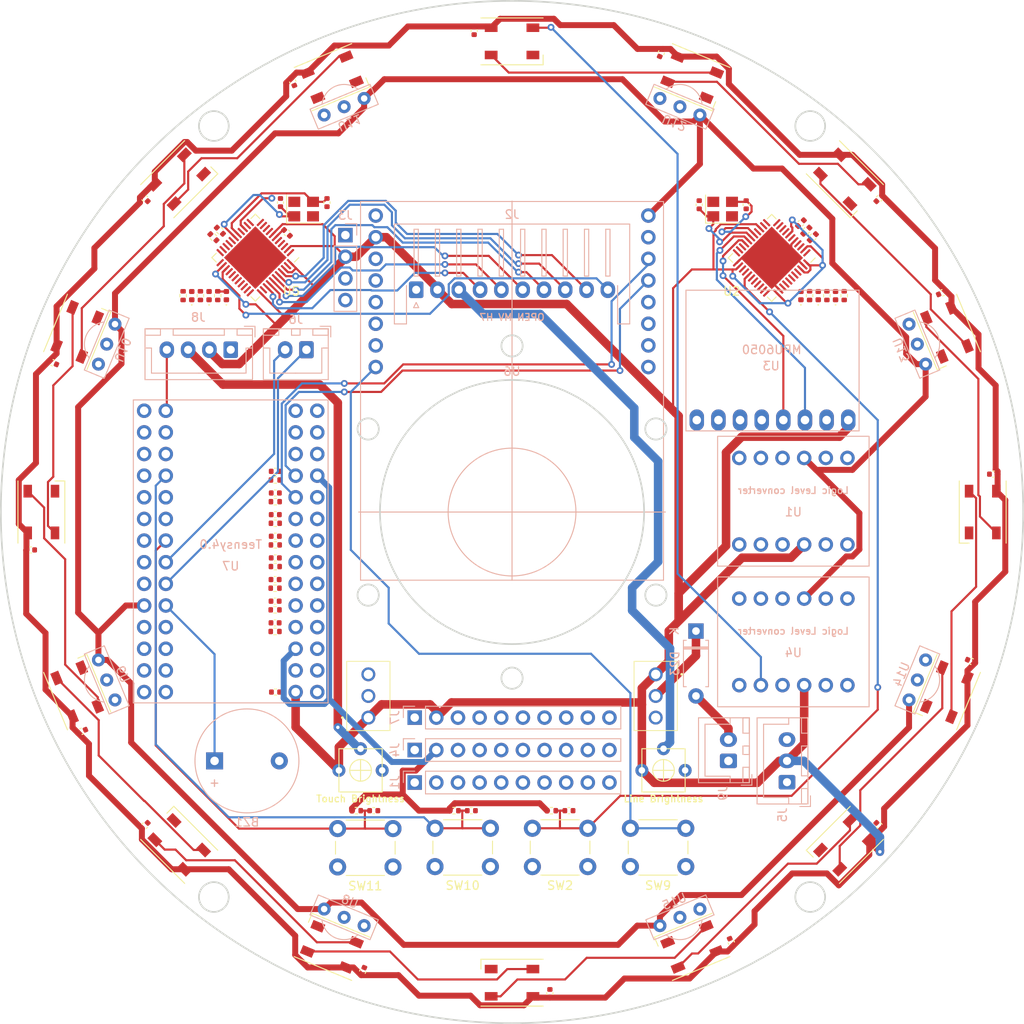
<source format=kicad_pcb>
(kicad_pcb (version 20211014) (generator pcbnew)
  (layers (0 "F.Cu" signal) (31 "B.Cu" signal) (34 "B.Paste" user) (35 "F.Paste" user) (36 "B.SilkS" user "B.Silkscreen") (37 "F.SilkS" user "F.Silkscreen") (38 "B.Mask" user) (39 "F.Mask" user) (44 "Edge.Cuts" user))
  (net 0 "")
  (net 1 "Net-(BZ1-Pad1)")
  (net 2 "GND")
  (net 3 "Net-(C1-Pad1)")
  (net 4 "Net-(C2-Pad1)")
  (net 5 "Gyro Reset")
  (net 6 "+5V")
  (net 7 "Net-(C7-Pad1)")
  (net 8 "Net-(C17-Pad1)")
  (net 9 "Net-(C18-Pad1)")
  (net 10 "Net-(C22-Pad1)")
  (net 11 "IR5")
  (net 12 "IR6")
  (net 13 "IR7")
  (net 14 "IR8")
  (net 15 "SW2")
  (net 16 "SW1")
  (net 17 "IR1")
  (net 18 "IR2")
  (net 19 "IR3")
  (net 20 "IR4")
  (net 21 "Net-(D1-Pad2)")
  (net 22 "NEO PIXEL")
  (net 23 "Net-(D2-Pad2)")
  (net 24 "Net-(D19-Pad2)")
  (net 25 "Net-(D3-Pad2)")
  (net 26 "Net-(D20-Pad2)")
  (net 27 "Net-(D4-Pad2)")
  (net 28 "Net-(D5-Pad2)")
  (net 29 "Net-(D6-Pad2)")
  (net 30 "Net-(D10-Pad4)")
  (net 31 "Net-(D11-Pad4)")
  (net 32 "Net-(D12-Pad4)")
  (net 33 "Net-(D10-Pad2)")
  (net 34 "Net-(D11-Pad2)")
  (net 35 "Net-(D12-Pad2)")
  (net 36 "Net-(D13-Pad2)")
  (net 37 "RX1LED")
  (net 38 "Net-(D14-Pad2)")
  (net 39 "TX1LED")
  (net 40 "Net-(D15-Pad2)")
  (net 41 "Net-(D16-Pad2)")
  (net 42 "RX2LED")
  (net 43 "Net-(D17-Pad2)")
  (net 44 "TX2LED")
  (net 45 "Net-(D18-Pad2)")
  (net 46 "Net-(D21-Pad2)")
  (net 48 "Net-(D23-Pad2)")
  (net 49 "Gyro D+")
  (net 50 "Gyro D-")
  (net 51 "Line D+")
  (net 52 "Line D-")
  (net 53 "Teensy D+")
  (net 54 "Teensy D-")
  (net 55 "Cam D+")
  (net 56 "Cam D-")
  (net 57 "Net-(J2-Pad3)")
  (net 58 "line Data 1")
  (net 59 "line Data 2")
  (net 60 "line Data 3")
  (net 61 "line Data 4")
  (net 62 "line Data 5")
  (net 63 "line Data 6")
  (net 64 "line Data 7")
  (net 65 "+3V3")
  (net 66 "start")
  (net 67 "stop")
  (net 68 "R")
  (net 69 "L")
  (net 70 "CS")
  (net 71 "MOSI")
  (net 72 "RS")
  (net 73 "SCK")
  (net 74 "MD Data")
  (net 75 "FET 1")
  (net 76 "FET 2")
  (net 77 "Reset 1")
  (net 78 "MISO 1")
  (net 79 "MOSI 1")
  (net 80 "SCK 1")
  (net 81 "Reset 2")
  (net 82 "MISO 2")
  (net 83 "MOSI 2")
  (net 84 "SCK 2")
  (net 85 "Net-(J8-Pad3)")
  (net 86 "Touch")
  (net 87 "Net-(R2-Pad1)")
  (net 88 "Net-(R3-Pad1)")
  (net 89 "Net-(R4-Pad2)")
  (net 90 "Net-(R10-Pad1)")
  (net 91 "Net-(R11-Pad1)")
  (net 92 "Net-(R14-Pad1)")
  (net 93 "Net-(R15-Pad1)")
  (net 94 "Net-(R16-Pad1)")
  (net 95 "Net-(R17-Pad1)")
  (net 96 "Net-(R20-Pad2)")
  (net 97 "Net-(R21-Pad2)")
  (net 98 "Net-(R22-Pad2)")
  (net 99 "Net-(R23-Pad2)")
  (net 100 "Net-(U6-Pad8)")
  (net 101 "TX2 HV")
  (net 102 "RX2 HV")
  (net 103 "TX3 HV")
  (net 104 "RX3 HV")
  (net 105 "RX3 LV")
  (net 106 "TX3 LV")
  (net 107 "RX2 LV")
  (net 108 "TX2 LV")
  (net 111 "Net-(U2-Pad18)")
  (net 112 "Net-(U2-Pad19)")
  (net 135 "NEO PIXEL LV")
  (net 136 "TX1")
  (net 158 "RX4")
  (net 159 "TX4")
  (net 175 "Net-(D23-Pad1)")
  (footprint "Resistor_SMD:R_0402_1005Metric" (layer "F.Cu") (at 192.786 69.342 45)
    (fp_text reference "R3" hide)
    (fp_text value "22")
  )
  (footprint "Capacitor_SMD:C_0402_1005Metric" (layer "F.Cu") (at 129.6924 106.9848)
    (fp_text reference "C26" hide)
    (fp_text value "C_Small")
  )
  (footprint "Capacitor_SMD:C_0402_1005Metric" (layer "F.Cu") (at 100.964 106.046 180)
    (fp_text reference "C13" hide)
    (fp_text value "C_Small")
  )
  (footprint "LED_SMD:LED_0402_1005Metric" (layer "F.Cu") (at 191.389 76.2 90)
    (fp_text reference "D15" hide)
    (fp_text value "LED")
  )
  (footprint "Capacitor_SMD:C_0402_1005Metric" (layer "F.Cu") (at 129.6924 104.4448 180)
    (fp_text reference "C32" hide)
    (fp_text value "C_Small")
  )
  (footprint "Resistor_SMD:R_0402_1005Metric" (layer "F.Cu") (at 122.936 76.2 -90)
    (fp_text reference "R9" hide)
    (fp_text value "1k")
  )
  (footprint "LED_SMD:LED_WS2812B_PLCC4_5.0x5.0mm_P3.2mm" (layer "F.Cu") (at 196.544821 62.536179 -45)
    (fp_text reference "D7" hide)
    (fp_text value "WS2812B")
  )
  (footprint "Resistor_SMD:R_0402_1005Metric" (layer "F.Cu") (at 162.1008 136.652)
    (fp_text reference "R1" hide)
    (fp_text value "10K")
  )
  (footprint "Resistor_SMD:R_0402_1005Metric" (layer "F.Cu") (at 129.6924 100.3808)
    (fp_text reference "R14" hide)
    (fp_text value "100k")
  )
  (footprint "Capacitor_SMD:C_0402_1005Metric" (layer "F.Cu") (at 129.6696 112.0648)
    (fp_text reference "C33" hide)
    (fp_text value "C_Small")
  )
  (footprint "LED_SMD:LED_WS2812B_PLCC4_5.0x5.0mm_P3.2mm" (layer "F.Cu") (at 136.339036 152.639801 157.5)
    (fp_text reference "D20" hide)
    (fp_text value "WS2812B")
  )
  (footprint "Capacitor_SMD:C_0402_1005Metric" (layer "F.Cu") (at 152.7048 136.652)
    (fp_text reference "C29" hide)
    (fp_text value "C")
  )
  (footprint "Capacitor_SMD:C_0402_1005Metric" (layer "F.Cu") (at 114.374064 138.420757 -135)
    (fp_text reference "C6" hide)
    (fp_text value "C_Small")
  )
  (footprint "LED_SMD:LED_WS2812B_PLCC4_5.0x5.0mm_P3.2mm" (layer "F.Cu") (at 178.620964 152.639801 -157.5)
    (fp_text reference "D8" hide)
    (fp_text value "WS2812B")
  )
  (footprint "Capacitor_SMD:C_0402_1005Metric" (layer "F.Cu") (at 207.992948 75.866619 22.5)
    (fp_text reference "C14" hide)
    (fp_text value "C_Small")
  )
  (footprint "Lib:2MS1T2B4M2QES" (layer "F.Cu") (at 140.615 125.73)
    (fp_text reference "SW4" hide)
    (fp_text value "SW_DIP_x01" hide)
  )
  (footprint "Capacitor_SMD:C_0402_1005Metric" (layer "F.Cu") (at 106.967053 127.335381 -157.5)
    (fp_text reference "C10" hide)
    (fp_text value "C_Small")
  )
  (footprint "Package_DFN_QFN:QFN-44-1EP_7x7mm_P0.5mm_EP5.2x5.2mm" (layer "F.Cu") (at 187.96 71.77 -135)
    (fp_text reference "U2")
    (fp_text value "ATmega32U4-MU")
  )
  (footprint "Capacitor_SMD:C_0402_1005Metric" (layer "F.Cu") (at 164.1608 136.652)
    (fp_text reference "C3" hide)
    (fp_text value "C")
  )
  (footprint "Button_Switch_THT:SW_PUSH_6mm_H5mm" (layer "F.Cu") (at 143.51 143.256 180)
    (fp_text reference "SW11")
    (fp_text value "SW_DIP_x01")
  )
  (footprint "LED_SMD:LED_WS2812B_PLCC4_5.0x5.0mm_P3.2mm" (layer "F.Cu") (at 106.440275 80.459654 67.5)
    (fp_text reference "D12" hide)
    (fp_text value "WS2812B")
  )
  (footprint "Resistor_SMD:R_0402_1005Metric" (layer "F.Cu") (at 196.469 76.198 -90)
    (fp_text reference "R4" hide)
    (fp_text value "1k")
  )
  (footprint "LED_SMD:LED_WS2812B_PLCC4_5.0x5.0mm_P3.2mm" (layer "F.Cu") (at 212.726 101.601 -90)
    (fp_text reference "D19" hide)
    (fp_text value "WS2812B")
  )
  (footprint "LED_SMD:LED_WS2812B_PLCC4_5.0x5.0mm_P3.2mm" (layer "F.Cu") (at 196.544821 140.665821 -135)
    (fp_text reference "D5" hide)
    (fp_text value "WS2812B")
  )
  (footprint "Capacitor_SMD:C_0402_1005Metric" (layer "F.Cu") (at 114.374064 64.781243 135)
    (fp_text reference "C21" hide)
    (fp_text value "C_Small")
  )
  (footprint "Capacitor_SMD:C_0402_1005Metric" (layer "F.Cu") (at 139.958908 155.516004 -112.5)
    (fp_text reference "C20" hide)
    (fp_text value "C_Small")
  )
  (footprint "Resistor_SMD:R_0402_1005Metric" (layer "F.Cu") (at 139.2128 136.652)
    (fp_text reference "R19" hide)
    (fp_text value "10K")
  )
  (footprint "Crystal:Crystal_SMD_3225-4Pin_3.2x2.5mm" (layer "F.Cu") (at 133.020761 66.04)
    (fp_text reference "Y2" hide)
    (fp_text value "16MHz")
  )
  (footprint "Capacitor_SMD:C_0402_1005Metric" (layer "F.Cu") (at 211.395004 119.122092 -22.5)
    (fp_text reference "C5" hide)
    (fp_text value "C_Small")
  )
  (footprint "LED_SMD:LED_0402_1005Metric" (layer "F.Cu") (at 195.453 76.2 90)
    (fp_text reference "D13" hide)
    (fp_text value "LED")
  )
  (footprint "LED_SMD:LED_0402_1005Metric" (layer "F.Cu") (at 123.952 76.2 90)
    (fp_text reference "D18" hide)
    (fp_text value "LED")
  )
  (footprint "Capacitor_SMD:C_0402_1005Metric" (layer "F.Cu") (at 135.763 65.278 -90)
    (fp_text reference "C18" hide)
    (fp_text value "22pf")
  )
  (footprint "Capacitor_SMD:C_0402_1005Metric" (layer "F.Cu") (at 153.035 45.085 90)
    (fp_text reference "C4" hide)
    (fp_text value "C_Small")
  )
  (footprint "Button_Switch_THT:SW_PUSH_6mm_H5mm" (layer "F.Cu") (at 177.875 143.22 180)
    (fp_text reference "SW9")
    (fp_text value "SW_DIP_x01")
  )
  (footprint "Resistor_SMD:R_0402_1005Metric" (layer "F.Cu") (at 129.667 115.6208)
    (fp_text reference "R23" hide)
    (fp_text value "100k")
  )
  (footprint "Package_DFN_QFN:QFN-44-1EP_7x7mm_P0.5mm_EP5.2x5.2mm" (layer "F.Cu") (at 127.350761 71.74 -135)
    (fp_text reference "U5")
    (fp_text value "ATmega32U4-MU")
  )
  (footprint "LED_SMD:LED_WS2812B_PLCC4_5.0x5.0mm_P3.2mm" (layer "F.Cu") (at 102.235 101.601 90)
    (fp_text reference "D9" hide)
    (fp_text value "WS2812B")
  )
  (footprint "Capacitor_SMD:C_0402_1005Metric" (layer "F.Cu") (at 129.7204 122.7328 180)
    (fp_text reference "C24" hide)
    (fp_text value "C_Small")
  )
  (footprint "Capacitor_SMD:C_0402_1005Metric" (layer "F.Cu") (at 129.667 114.6048)
    (fp_text reference "C34" hide)
    (fp_text value "C_Small")
  )
  (footprint "Capacitor_SMD:C_0402_1005Metric" (layer "F.Cu") (at 200.585936 138.420757 -45)
    (fp_text reference "C9" hide)
    (fp_text value "C_Small")
  )
  (footprint "Capacitor_SMD:C_0402_1005Metric" (layer "F.Cu") (at 129.669 109.5248)
    (fp_text reference "C28" hide)
    (fp_text value "C_Small")
  )
  (footprint "LED_SMD:LED_WS2812B_PLCC4_5.0x5.0mm_P3.2mm" (layer "F.Cu") (at 157.48 156.845 180)
    (fp_text reference "D11" hide)
    (fp_text value "WS2812B")
  )
  (footprint "Capacitor_SMD:C_0402_1005Metric" (layer "F.Cu") (at 161.925 158.117 -90)
    (fp_text reference "C15" hide)
    (fp_text value "C_Small")
  )
  (footprint "Resistor_SMD:R_0402_1005Metric" (layer "F.Cu") (at 192.024 68.58 45)
    (fp_text reference "R2" hide)
    (fp_text value "22")
  )
  (footprint "LED_SMD:LED_WS2812B_PLCC4_5.0x5.0mm_P3.2mm" (layer "F.Cu") (at 136.338271 50.560351 22.5)
    (fp_text reference "D22" hide)
    (fp_text value "WS2812B")
  )
  (footprint "Resistor_SMD:R_0402_1005Metric" (layer "F.Cu") (at 150.6728 136.652)
    (fp_text reference "R18" hide)
    (fp_text value "10K")
  )
  (footprint "Resistor_SMD:R_0402_1005Metric" (layer "F.Cu") (at 123.19 68.58 135)
    (fp_text reference "R10" hide)
    (fp_text value "22")
  )
  (footprint "Crystal:Crystal_SMD_3225-4Pin_3.2x2.5mm" (layer "F.Cu") (at 182.2 66.04)
    (fp_text reference "Y1" hide)
    (fp_text value "16MHz")
  )
  (footprint "Capacitor_SMD:C_0402_1005Metric" (layer "F.Cu") (at 130.302 65.278 90)
    (fp_text reference "C17" hide)
    (fp_text value "22pf")
  )
  (footprint "LED_SMD:LED_0402_1005Metric" (layer "F.Cu") (at 119.888 76.2 90)
    (fp_text reference "D16" hide)
    (fp_text value "LED")
  )
  (footprint "Resistor_SMD:R_0402_1005Metric" (layer "F.Cu") (at 129.6924 102.9208 180)
    (fp_text reference "R20" hide)
    (fp_text value "100k")
  )
  (footprint "Resistor_SMD:R_0402_1005Metric" (layer "F.Cu") (at 129.667 110.5408)
    (fp_text reference "R17" hide)
    (fp_text value "100k")
  )
  (footprint "Capacitor_SMD:C_0402_1005Metric" (layer "F.Cu") (at 184.9628 65.532 -90)
    (fp_text reference "C2" hide)
    (fp_text value "22pf")
  )
  (footprint "Capacitor_SMD:C_0402_1005Metric" (layer "F.Cu") (at 191.389 67.691 45)
    (fp_text reference "C7" hide)
    (fp_text value "1uf")
  )
  (footprint "Capacitor_SMD:C_0402_1005Metric" (layer "F.Cu") (at 129.6924 101.9048 180)
    (fp_text reference "C31" hide)
    (fp_text value "C_Small")
  )
  (footprint "Resistor_SMD:R_0402_1005Metric" (layer "F.Cu") (at 122.428 69.342 135)
    (fp_text reference "R11" hide)
    (fp_text value "22")
  )
  (footprint "LED_SMD:LED_WS2812B_PLCC4_5.0x5.0mm_P3.2mm" (layer "F.Cu") (at 178.621729 50.560351 -22.5)
    (fp_text reference "D4" hide)
    (fp_text value "WS2812B")
  )
  (footprint "Resistor_SMD:R_0402_1005Metric" (layer "F.Cu") (at 129.6924 108.0008)
    (fp_text reference "R15" hide)
    (fp_text value "100k")
  )
  (footprint "Resistor_SMD:R_0402_1005Metric" (layer "F.Cu") (at 118.872 76.2 -90)
    (fp_text reference "R7" hide)
    (fp_text value "1k")
  )
  (footprint "Capacitor_SMD:C_0402_1005Metric" (layer "F.Cu") (at 213.996 97.156)
    (fp_text reference "C19" hide)
    (fp_text value "C_Small")
  )
  (footprint "可変抵抗:可変抵抗(小)" (layer "F.Cu") (at 175.26 124.301)
    (fp_text reference "R12" hide)
    (fp_text value "R_Trim")
  )
  (footprint "Resistor_SMD:R_0402_1005Metric" (layer "F.Cu") (at 192.405 76.198 -90)
    (fp_text reference "R6" hide)
    (fp_text value "1k")
  )
  (footprint "Resistor_SMD:R_0402_1005Metric" (layer "F.Cu") (at 129.6924 105.4608 180)
    (fp_text reference "R21" hide)
    (fp_text value "100k")
  )
  (footprint "Resistor_SMD:R_0402_1005Metric" (layer "F.Cu") (at 194.437 76.2 -90)
    (fp_text reference "R5" hide)
    (fp_text value "1k")
  )
  (footprint "LED_SMD:LED_WS2812B_PLCC4_5.0x5.0mm_P3.2mm" (layer "F.Cu") (at 106.440275 122.742346 112.5)
    (fp_text reference "D6" hide)
    (fp_text value "WS2812B")
  )
  (footprint "Resistor_SMD:R_0402_1005Metric" (layer "F.Cu") (at 129.6676 113.0808)
    (fp_text reference "R22" hide)
    (fp_text value "100k")
  )
  (footprint "LED_SMD:LED_0402_1005Metric" (layer "F.Cu") (at 193.421 76.2 90)
    (fp_text reference "D14" hide)
    (fp_text value "LED")
  )
  (footprint "LED_SMD:LED_WS2812B_PLCC4_5.0x5.0mm_P3.2mm" (layer "F.Cu") (at 208.520649 122.742729 -112.5)
    (fp_text reference "D2" hide)
    (fp_text value "WS2812B")
  )
  (footprint "Capacitor_SMD:C_0402_1005Metric" (layer "F.Cu") (at 103.564996 84.079908 157.5)
    (fp_text reference "C16" hide)
    (fp_text value "C_Small")
  )
  (footprint "LED_SMD:LED_WS2812B_PLCC4_5.0x5.0mm_P3.2mm" (layer "F.Cu") (at 118.415179 62.536179 45)
    (fp_text reference "D21" hide)
    (fp_text value "WS2812B")
  )
  (footprint "Capacitor_SMD:C_0402_1005Metric" (layer "F.Cu") (at 179.451 65.532 90)
    (fp_text reference "C1" hide)
    (fp_text value "22pf")
  )
  (footprint "可変抵抗:可変抵抗(小)" (layer "F.Cu") (at 139.7 124.301)
    (fp_text reference "R13" hide)
    (fp_text value "R_Trim")
  )
  (footprint "Button_Switch_THT:SW_PUSH_6mm_H5mm" (layer "F.Cu") (at 166.37 143.22 180)
    (fp_text reference "SW2")
    (fp_text value "SW_DIP_x01")
  )
  (footprint "Capacitor_SMD:C_0402_1005Metric" (layer "F.Cu") (at 141.2468 136.652)
    (fp_text reference "C30" hide)
    (fp_text value "C")
  )
  (footprint "Capacitor_SMD:C_0402_1005Metric" (layer "F.Cu") (at 129.6924 99.3648)
    (fp_text reference "C25" hide)
    (fp_text value "C_Small")
  )
  (footprint "Capacitor_SMD:C_0402_1005Metric" (layer "F.Cu") (at 129.6924 96.8248)
    (fp_text reference "C27" hide)
    (fp_text value "C_Small")
  )
  (footprint "Button_Switch_THT:SW_PUSH_6mm_H5mm" (layer "F.Cu") (at 154.94 143.22 180)
    (fp_text reference "SW10")
    (fp_text value "SW_DIP_x01")
  )
  (footprint "LED_SMD:LED_WS2812B_PLCC4_5.0x5.0mm_P3.2mm" (layer "F.Cu") (at 157.48 46.355)
    (fp_text reference "D1" hide)
    (fp_text value "WS2812B")
  )
  (footprint "Capacitor_SMD:C_0402_1005Metric" (layer "F.Cu") (at 183.214381 152.113947 -67.5)
    (fp_text reference "C12" hide)
    (fp_text value "C_Small")
  )
  (footprint "Lib:2MS1T2B4M2QES" (layer "F.Cu") (at 174.345 120.65 180)
    (fp_text reference "SW1" hide)
    (fp_text value "SW_DIP_x01" hide)
  )
  (footprint "Capacitor_SMD:C_0402_1005Metric" (layer "F.Cu") (at 200.585936 64.781243 45)
    (fp_text reference "C11" hide)
    (fp_text value "C_Small")
  )
  (footprint "Resistor_SMD:R_0402_1005Metric" (layer "F.Cu") (at 129.6924 97.8408)
    (fp_text reference "R16" hide)
    (fp_text value "100k")
  )
  (footprint "LED_SMD:LED_WS2812B_PLCC4_5.0x5.0mm_P3.2mm" (layer "F.Cu") (at 208.520649 80.459271 -67.5)
    (fp_text reference "D10" hide)
    (fp_text value "WS2812B")
  )
  (footprint "Capacitor_SMD:C_0402_1005Metric" (layer "F.Cu") (at 131.745619 51.088053 112.5)
    (fp_text reference "C23" hide)
    (fp_text value "C_Small")
  )
  (footprint "Capacitor_SMD:C_0402_1005Metric" (layer "F.Cu") (at 131.064 68.834 -45)
    (fp_text reference "C22" hide)
    (fp_text value "1uf")
  )
  (footprint "LED_SMD:LED_0402_1005Metric" (layer "F.Cu") (at 121.92 76.2 90)
    (fp_text reference "D17" hide)
    (fp_text value "LED")
  )
  (footprint "Capacitor_SMD:C_0402_1005Metric" (layer "F.Cu") (at 175.001092 47.685996 67.5)
    (fp_text reference "C8" hide)
    (fp_text value "C_Small")
  )
  (footprint "Resistor_SMD:R_0402_1005Metric" (layer "F.Cu") (at 120.904 76.2 -90)
    (fp_text reference "R8" hide)
    (fp_text value "1k")
  )
  (footprint "LED_SMD:LED_WS2812B_PLCC4_5.0x5.0mm_P3.2mm" (layer "F.Cu") (at 118.415886 140.665114 135)
    (fp_text reference "D3" hide)
    (fp_text value "WS2812B")
  )
  (footprint "Lib:TSSP58038_IR" (layer "B.Cu") (at 175.24166 144.481441 -157.5)
    (fp_text reference "U15")
    (fp_text value "TSSP58038")
  )
  (footprint "Diode_THT:D_A-405_P7.62mm_Horizontal" (layer "B.Cu") (at 179.07 115.57 -90)
    (fp_text reference "D23")
    (fp_text value "D")
  )
  (footprint "Buzzer_Beeper:Buzzer_12x9.5RM7.6" (layer "B.Cu") (at 122.565 130.81)
    (fp_text reference "BZ1")
    (fp_text value "Buzzer")
  )
  (footprint "Lib:TSSP58038_IR" (layer "B.Cu") (at 114.599559 83.83934 67.5)
    (fp_text reference "U10")
    (fp_text value "TSSP58038")
  )
  (footprint "Connector_PinHeader_2.54mm:PinHeader_1x10_P2.54mm_Vertical" (layer "B.Cu") (at 146.055 133.35 -90)
    (fp_text reference "J1")
    (fp_text value "Conn_01x10_Female")
  )
  (footprint "Lib:TSSP58038_IR" (layer "B.Cu") (at 114.599559 119.36266 112.5)
    (fp_text reference "U9")
    (fp_text value "TSSP58038")
  )
  (footprint "Lib:TSSP58038_IR" (layer "B.Cu") (at 200.36044 83.839339 -67.5)
    (fp_text reference "U13")
    (fp_text value "TSSP58038")
  )
  (footprint "Lib:Teensy_Brakeout" (layer "B.Cu") (at 124.46 106.68)
    (fp_text reference "U7")
    (fp_text value "Teensy4.0")
  )
  (footprint "Lib:TSSP58038_IR" (layer "B.Cu") (at 175.24166 58.720559 -22.5)
    (fp_text reference "U12")
    (fp_text value "TSSP58038")
  )
  (footprint "Connector_JST:JST_XH_B4B-XH-A_1x04_P2.50mm_Vertical" (layer "B.Cu") (at 124.46 82.55 180)
    (fp_text reference "J8")
    (fp_text value "Conn_01x04_Female")
  )
  (footprint "Connector_JST:JST_XH_B2B-XH-A_1x02_P2.50mm_Vertical" (layer "B.Cu") (at 133.35 82.55 180)
    (fp_text reference "J6")
    (fp_text value "Conn_01x02_Female")
  )
  (footprint "Lib:TSSP58038_IR" (layer "B.Cu") (at 200.360441 119.36266 -112.5)
    (fp_text reference "U14")
    (fp_text value "TSSP58038")
  )
  (footprint "Lib:Akizuki_Logic_Level_converter" (layer "B.Cu") (at 190.5 116.84 -90)
    (fp_text reference "U4")
    (fp_text value "Akizuki_Logiv_Level_converter")
  )
  (footprint "Connector_PinHeader_2.54mm:PinHeader_1x10_P2.54mm_Vertical" (layer "B.Cu") (at 146.055 125.73 -90)
    (fp_text reference "J7")
    (fp_text value "Conn_01x10_Female")
  )
  (footprint "Lib:OpenMV" (layer "B.Cu") (at 157.48 109.601)
    (fp_text reference "U6")
    (fp_text value "open_mv")
  )
  (footprint "Connector_PinHeader_2.54mm:PinHeader_1x10_P2.54mm_Vertical" (layer "B.Cu") (at 146.055 129.535 -90)
    (fp_text reference "J4")
    (fp_text value "Conn_01x10_Female")
  )
  (footprint "Connector_JST:JST_XH_B3B-XH-A_1x03_P2.50mm_Vertical" (layer "B.Cu") (at 189.755 133.31 90)
    (fp_text reference "J5")
    (fp_text value "Conn_01x03_Female")
  )
  (footprint "Connector_PinHeader_2.54mm:PinHeader_1x04_P2.54mm_Vertical" (layer "B.Cu") (at 137.922 69.098 180)
    (fp_text reference "J3")
    (fp_text value "Conn_01x04_Female")
  )
  (footprint "Connector_JST:JST_XH_B2B-XH-A_1x02_P2.50mm_Vertical" (layer "B.Cu") (at 182.88 130.81 90)
    (fp_text reference "J9")
    (fp_text value "Conn_01x02_Female")
  )
  (footprint "Connector_JST:JST_XH_S10B-XH-A-1_1x10_P2.50mm_Horizontal" (layer "B.Cu") (at 146.23 75.51)
    (fp_text reference "J2")
    (fp_text value "Conn_01x10_Female")
  )
  (footprint "Lib:Akizuki_Logic_Level_converter" (layer "B.Cu") (at 190.5 100.33 -90)
    (fp_text reference "U1")
    (fp_text value "Akizuki_Logiv_Level_converter")
  )
  (footprint "Lib:MPU6050" (layer "B.Cu") (at 177.895 90.805 -90)
    (fp_text reference "U3")
    (fp_text value "MPU6050")
  )
  (footprint "Lib:TSSP58038_IR" (layer "B.Cu") (at 139.71834 144.481441 157.5)
    (fp_text reference "U8")
    (fp_text value "TSSP58038")
  )
  (footprint "Lib:TSSP58038_IR" (layer "B.Cu") (at 139.71834 58.720559 22.5)
    (fp_text reference "U11")
    (fp_text value "TSSP58038")
  )
  (gr_circle (center 122.48 56.288109) (end 124.23 56.288109) (layer "Edge.Cuts") (width 0.2) (fill none))
  (gr_circle (center 157.48 82.1) (end 158.73 82.1) (layer "Edge.Cuts") (width 0.2) (fill none))
  (gr_circle (center 174.367495 91.85) (end 175.617495 91.85) (layer "Edge.Cuts") (width 0.2) (fill none))
  (gr_circle (center 122.48 146.788109) (end 124.23 146.788109) (layer "Edge.Cuts") (width 0.2) (fill none))
  (gr_circle (center 192.48 146.788109) (end 194.23 146.788109) (layer "Edge.Cuts") (width 0.2) (fill none))
  (gr_circle (center 174.367495 111.35) (end 175.617495 111.35) (layer "Edge.Cuts") (width 0.2) (fill none))
  (gr_circle (center 140.592505 91.85) (end 141.842505 91.85) (layer "Edge.Cuts") (width 0.2) (fill none))
  (gr_circle (center 157.48 101.6) (end 172.98 101.6) (layer "Edge.Cuts") (width 0.2) (fill none))
  (gr_circle (center 157.48 101.6) (end 217.48 101.6) (layer "Edge.Cuts") (width 0.2) (fill none))
  (gr_circle (center 140.592505 111.35) (end 141.842505 111.35) (layer "Edge.Cuts") (width 0.2) (fill none))
  (gr_circle (center 192.48 56.288109) (end 194.23 56.288109) (layer "Edge.Cuts") (width 0.2) (fill none))
  (gr_circle (center 157.48 121.1) (end 158.73 121.1) (layer "Edge.Cuts") (width 0.2) (fill none))
  (gr_text "Logic Level converter" (at 190.5 115.57) (layer "B.SilkS") (effects (font (size 0.8 0.8)) (justify mirror)))
  (gr_text "OPEN MV H7" (at 157.48 78.74) (layer "B.SilkS") (effects (font (size 0.8 0.8)) (justify mirror)))
  (gr_text "Logic Level converter" (at 190.5 99.06) (layer "B.SilkS") (effects (font (size 0.8 0.8)) (justify mirror)))
  (gr_text "Line Brightness" (at 175.26 135.255) (layer "F.SilkS") (effects (font (size 0.8 0.8))))
  (gr_text "Touch Brightness" (at 139.7 135.255) (layer "F.SilkS") (effects (font (size 0.8 0.8))))
  (segment (start 122.565 130.81) (end 122.565 118.295) (width 0.25) (layer "B.Cu") (net 1))
  (segment (start 122.565 118.295) (end 116.84 112.57) (width 0.25) (layer "B.Cu") (net 1))
  (segment (start 190.788427 71.77) (end 191.734182 72.715755) (width 0.25) (layer "F.Cu") (net 2))
  (segment (start 184.459142 71.77) (end 187.96 71.77) (width 0.25) (layer "F.Cu") (net 2))
  (segment (start 190.259987 70.17712) (end 190.259987 70.569129) (width 0.25) (layer "F.Cu") (net 2))
  (segment (start 190.673522 69.763585) (end 190.259987 70.17712) (width 0.25) (layer "F.Cu") (net 2))
  (segment (start 183.86694 72.362202) (end 184.459142 71.77) (width 0.25) (layer "F.Cu") (net 2))
  (segment (start 188.905755 75.544182) (end 187.96 74.598427) (width 0.25) (layer "F.Cu") (net 2))
  (segment (start 183.832264 72.362202) (end 183.86694 72.362202) (width 0.25) (layer "F.Cu") (net 2))
  (segment (start 187.96 71.77) (end 190.788427 71.77) (width 0.25) (layer "F.Cu") (net 2))
  (segment (start 187.96 74.598427) (end 187.96 71.77) (width 0.25) (layer "F.Cu") (net 2))
  (segment (start 183.154123 68.804562) (end 184.994562 68.804562) (width 0.25) (layer "F.Cu") (net 3))
  (segment (start 181.1 67.812423) (end 180.590042 68.322381) (width 0.25) (layer "F.Cu") (net 3))
  (segment (start 184.994562 68.804562) (end 185.600031 69.410031) (width 0.25) (layer "F.Cu") (net 3))
  (segment (start 180.329 66.89) (end 181.1 66.89) (width 0.25) (layer "F.Cu") (net 3))
  (segment (start 181.1 66.89) (end 181.1 67.812423) (width 0.25) (layer "F.Cu") (net 3))
  (segment (start 181.849209 69.885234) (end 182.073451 69.885234) (width 0.25) (layer "F.Cu") (net 3))
  (segment (start 179.451 66.012) (end 180.329 66.89) (width 0.25) (layer "F.Cu") (net 3))
  (segment (start 182.073451 69.885234) (end 183.154123 68.804562) (width 0.25) (layer "F.Cu") (net 3))
  (via (at 180.590042 68.322381) (size 0.8) (drill 0.4) (layers "F.Cu" "B.Cu") (net 3))
  (via (at 181.849209 69.885234) (size 0.8) (drill 0.4) (layers "F.Cu" "B.Cu") (net 3))
  (segment (start 181.849209 69.581548) (end 180.590042 68.322381) (width 0.25) (layer "B.Cu") (net 3))
  (segment (start 181.849209 69.885234) (end 181.849209 69.581548) (width 0.25) (layer "B.Cu") (net 3))
  (segment (start 185.164627 68.26752) (end 185.953585 69.056478) (width 0.25) (layer "F.Cu") (net 4))
  (segment (start 182.55748 68.26752) (end 185.164627 68.26752) (width 0.25) (layer "F.Cu") (net 4))
  (segment (start 184.912 66.929) (end 185.01273 66.929) (width 0.25) (layer "F.Cu") (net 4))
  (segment (start 182.118 68.707) (end 182.55748 68.26752) (width 0.25) (layer "F.Cu") (net 4))
  (segment (start 185.59732 66.34441) (end 185.59732 65.67959) (width 0.25) (layer "F.Cu") (net 4))
  (segment (start 183.3 65.19) (end 184.8248 65.19) (width 0.25) (layer "F.Cu") (net 4))
  (segment (start 184.96973 65.052) (end 184.9628 65.052) (width 0.25) (layer "F.Cu") (net 4))
  (segment (start 184.8248 65.19) (end 184.9628 65.052) (width 0.25) (layer "F.Cu") (net 4))
  (segment (start 185.01273 66.929) (end 185.59732 66.34441) (width 0.25) (layer "F.Cu") (net 4))
  (segment (start 185.59732 65.67959) (end 184.96973 65.052) (width 0.25) (layer "F.Cu") (net 4))
  (via (at 184.912 66.929) (size 0.8) (drill 0.4) (layers "F.Cu" "B.Cu") (net 4))
  (via (at 182.118 68.707) (size 0.8) (drill 0.4) (layers "F.Cu" "B.Cu") (net 4))
  (segment (start 184.912 66.929) (end 183.134 68.707) (width 0.25) (layer "B.Cu") (net 4))
  (segment (start 183.134 68.707) (end 182.118 68.707) (width 0.25) (layer "B.Cu") (net 4))
  (segment (start 166.37 138.72) (end 170.18 134.91) (width 0.25) (layer "F.Cu") (net 5))
  (segment (start 184.785 74.237893) (end 185.246478 73.776415) (width 0.25) (layer "F.Cu") (net 5))
  (segment (start 200.406 124.796493) (end 200.406 122.174) (width 0.25) (layer "F.Cu") (net 5))
  (segment (start 162.6108 136.652) (end 163.195 136.652) (width 0.25) (layer "F.Cu") (net 5))
  (segment (start 184.785 75.184) (end 184.785 74.237893) (width 0.25) (layer "F.Cu") (net 5))
  (segment (start 163.104 138.72) (end 166.37 138.72) (width 0.25) (layer "F.Cu") (net 5))
  (segment (start 163.195 136.652) (end 163.104 136.743) (width 0.25) (layer "F.Cu") (net 5))
  (segment (start 170.18 134.91) (end 190.292493 134.91) (width 0.25) (layer "F.Cu") (net 5))
  (segment (start 163.104 136.743) (end 163.104 138.72) (width 0.25) (layer "F.Cu") (net 5))
  (segment (start 159.87 138.72) (end 163.104 138.72) (width 0.25) (layer "F.Cu") (net 5))
  (segment (start 163.195 136.652) (end 163.6808 136.652) (width 0.25) (layer "F.Cu") (net 5))
  (segment (start 187.706 78.105) (end 184.785 75.184) (width 0.25) (layer "F.Cu") (net 5))
  (segment (start 190.292493 134.91) (end 200.406 124.796493) (width 0.25) (layer "F.Cu") (net 5))
  (via (at 200.406 122.174) (size 0.8) (drill 0.4) (layers "F.Cu" "B.Cu") (net 5))
  (via (at 187.706 78.105) (size 0.8) (drill 0.4) (layers "F.Cu" "B.Cu") (net 5))
  (segment (start 200.406 90.805) (end 187.706 78.105) (width 0.25) (layer "B.Cu") (net 5))
  (segment (start 200.406 122.174) (end 200.406 90.805) (width 0.25) (layer "B.Cu") (net 5))
  (segment (start 186.12932 67.818) (end 181.982386 67.818) (width 0.25) (layer "F.Cu") (net 6))
  (segment (start 107.823 128.818478) (end 107.823 132.548515) (width 0.7) (layer "F.Cu") (net 6))
  (segment (start 174.345 120.65) (end 172.72 122.275) (width 1) (layer "F.Cu") (net 6))
  (segment (start 124.587 59.182) (end 120.363621 59.182) (width 0.7) (layer "F.Cu") (net 6))
  (segment (start 172.210534 47.242534) (end 169.418 44.45) (width 0.7) (layer "F.Cu") (net 6))
  (segment (start 132.029467 151.333467) (end 132.029467 153.58298) (width 0.7) (layer "F.Cu") (net 6))
  (segment (start 186.660691 68.349371) (end 186.12932 67.818) (width 0.25) (layer "F.Cu") (net 6))
  (segment (start 107.823 132.548515) (end 114.034653 138.760168) (width 0.7) (layer "F.Cu") (net 6))
  (segment (start 114.034653 64.441832) (end 113.804753 64.671732) (width 0.7) (layer "F.Cu") (net 6))
  (segment (start 124.224896 143.528896) (end 132.029467 151.333467) (width 0.7) (layer "F.Cu") (net 6))
  (segment (start 190.246 67.437) (end 190.373 67.31) (width 0.25) (layer "F.Cu") (net 6))
  (segment (start 133.50207 155.055583) (end 137.990247 155.055583) (width 0.7) (layer "F.Cu") (net 6))
  (segment (start 158.880489 159.494511) (end 159.93 158.445) (width 0.7) (layer "F.Cu") (net 6))
  (segment (start 189.743466 77.089) (end 189.865 77.089) (width 0.25) (layer "F.Cu") (net 6))
  (segment (start 190.220489 106.959511) (end 191.77 105.41) (width 1) (layer "F.Cu") (net 6))
  (segment (start 174.181511 133.382511) (end 186.276489 133.382511) (width 1) (layer "F.Cu") (net 6))
  (segment (start 100.457 106.073) (end 100.457 113.538) (width 0.7) (layer "F.Cu") (net 6))
  (segment (start 170.670945 156.354055) (end 178.323141 156.354055) (width 0.7) (layer "F.Cu") (net 6))
  (segment (start 182.931298 49.581298) (end 181.494569 48.144569) (width 0.7) (layer "F.Cu") (net 6))
  (segment (start 177.038 111.125) (end 177.038 114.3) (width 1) (layer "F.Cu") (net 6))
  (segment (start 181.124709 73.129291) (end 178.584709 73.129291) (width 0.25) (layer "F.Cu") (net 6))
  (segment (start 192.369534 72.644) (end 192.087736 72.362202) (width 0.25) (layer "F.Cu") (net 6))
  (segment (start 137.922 71.755824) (end 134.302912 75.374912) (width 1) (layer "F.Cu") (net 6))
  (segment (start 211.838466 112.138534) (end 215.375511 108.601489) (width 0.7) (layer "F.Cu") (net 6))
  (segment (start 126.051452 68.319371) (end 125.637917 67.905836) (width 0.25) (layer "F.Cu") (net 6))
  (segment (start 126.238 77.216) (end 127.381 77.216) (width 0.25) (layer "F.Cu") (net 6))
  (segment (start 125.637917 67.402083) (end 128.27 64.77) (width 0.25) (layer "F.Cu") (net 6))
  (segment (start 199.620735 140.06478) (end 200.925347 138.760168) (width 0.7) (layer "F.Cu") (net 6))
  (segment (start 172.72 124.206) (end 172.72 131.921) (width 1) (layer "F.Cu") (net 6))
  (segment (start 196.945 90.805) (end 196.945 91.726) (width 1) (layer "F.Cu") (net 6))
  (segment (start 120.363621 59.182) (end 119.347621 58.166) (width 0.7) (layer "F.Cu") (net 6))
  (segment (start 176.068483 47.242534) (end 176.970518 48.144569) (width 0.7) (layer "F.Cu") (net 6))
  (segment (start 197.428024 59.672397) (end 195.94378 59.672397) (width 0.7) (layer "F.Cu") (net 6))
  (segment (start 123.466696 84.22452) (end 121.96 82.717824) (width 1) (layer "F.Cu") (net 6))
  (segment (start 210.936431 121.091518) (end 210.936431 120.207815) (width 0.7) (layer "F.Cu") (net 6))
  (segment (start 148.73 75.342176) (end 148.73 75.51) (width 1) (layer "F.Cu") (net 6))
  (segment (start 150.40452 77.18452) (end 163.891179 77.18452) (width 1) (layer "F.Cu") (net 6))
  (segment (start 129.357176 69.007082) (end 130.553391 67.810867) (width 0.25) (layer "F.Cu") (net 6))
  (segment (start 183.398069 152.557409) (end 185.948239 150.007239) (width 0.7) (layer "F.Cu") (net 6))
  (segment (start 214.476 99.001) (end 214.476 97.156) (width 0.7) (layer "F.Cu") (net 6))
  (segment (start 100.457 113.538) (end 102.726021 115.807021) (width 0.7) (layer "F.Cu") (net 6))
  (segment (start 148.595 125.73) (end 148.595 124.921978) (width 1) (layer "F.Cu") (net 6))
  (segment (start 178.584709 73.129291) (end 176.385829 75.328171) (width 0.25) (layer "F.Cu") (net 6))
  (segment (start 195.94378 59.672397) (end 191.244397 59.672397) (width 0.7) (layer "F.Cu") (net 6))
  (segment (start 130.972341 52.796659) (end 124.587 59.182) (width 0.7) (layer "F.Cu") (net 6))
  (segment (start 212.234903 84.726903) (end 212.234903 80.757094) (width 0.7) (layer "F.Cu") (net 6))
  (segment (start 131.652156 73.452844) (end 132.125647 72.979353) (width 0.25) (layer "F.Cu") (net 6))
  (segment (start 177.038 90.331341) (end 176.657 89.950341) (width 1) (layer "F.Cu") (net 6))
  (segment (start 215.375511 108.601489) (end 215.375511 100.200511) (width 0.7) (layer "F.Cu") (net 6))
  (segment (start 136.636094 46.846097) (end 133.462473 50.019718) (width 0.7) (layer "F.Cu") (net 6))
  (segment (start 133.614993 75.882912) (end 133.794912 75.882912) (width 0.25) (layer "F.Cu") (net 6))
  (segment (start 192.501271 73.167746) (end 192.501271 72.775737) (width 0.25) (layer "F.Cu") (net 6))
  (segment (start 160.082 158.597) (end 161.925 158.597) (width 0.7) (layer "F.Cu") (net 6))
  (segment (start 131.056867 67.810867) (end 131.064 67.818) (width 0.25) (layer "F.Cu") (net 6))
  (segment (start 127.942963 75.867736) (end 130.752139 78.676912) (width 0.25) (layer "F.Cu") (net 6))
  (segment (start 189.966415 69.056478) (end 190.379951 68.642942) (width 0.25) (layer "F.Cu") (net 6))
  (segment (start 113.804753 64.671732) (end 113.804753 65.265247) (width 0.7) (layer "F.Cu") (net 6))
  (segment (start 208.43641 75.682931) (end 207.137 74.383521) (width 0.7) (layer "F.Cu") (net 6))
  (segment (start 125.453304 84.22452) (end 123.466696 84.22452) (width 1) (layer "F.Cu") (net 6))
  (segment (start 115.551397 61.652976) (end 115.551397 63.13722) (width 0.7) (layer "F.Cu") (net 6))
  (segment (start 183.365291 73.129291) (end 181.124709 73.129291) (width 0.25) (layer "F.Cu") (net 6))
  (segment (start 132.08 122.73) (end 132.08 126.841) (width 1) (layer "F.Cu") (net 6))
  (segment (start 194.437 144.018) (end 190.373 144.018) (width 0.7) (layer "F.Cu") (net 6))
  (segment (start 101.6 85.417754) (end 101.6 95.836978) (width 0.7) (layer "F.Cu") (net 6))
  (segment (start 175.18478 47.242534) (end 172.210534 47.242534) (width 0.7) (layer "F.Cu") (net 6))
  (segment (start 176.385829 89.679171) (end 176.657 89.950341) (width 1) (layer "F.Cu") (net 6))
  (segment (start 133.794912 75.882912) (end 131.000912 78.676912) (width 1) (layer "F.Cu") (net 6))
  (segment (start 129.357176 69.026478) (end 129.357176 69.007082) (width 0.25) (layer "F.Cu") (net 6))
  (segment (start 130.752139 78.676912) (end 131.000912 78.676912) (width 0.25) (layer "F.Cu") (net 6))
  (segment (start 182.775044 153.180434) (end 183.398069 152.557409) (width 0.7) (layer "F.Cu") (net 6))
  (segment (start 145.26 44.605) (end 143.018903 46.846097) (width 0.7) (layer "F.Cu") (net 6))
  (segment (start 150.373 123.952) (end 172.466 123.952) (width 1) (layer "F.Cu") (net 6))
  (segment (start 142.729824 69.342) (end 148.73 75.342176) (width 1) (layer "F.Cu") (net 6))
  (segment (start 100.635 104.051) (end 100.484 104.202) (width 0.7) (layer "F.Cu") (net 6))
  (segment (start 191.380629 73.069309) (end 191.794164 73.482844) (width 0.25) (layer "F.Cu") (net 6))
  (segment (start 131.000912 78.676912) (end 129.921412 79.756412) (width 1) (layer "F.Cu") (net 6))
  (segment (start 181.496762 153.180434) (end 182.775044 153.180434) (width 0.7) (layer "F.Cu") (net 6))
  (segment (start 215.375511 100.200511) (end 214.326 99.151) (width 0.7) (layer "F.Cu") (net 6))
  (segment (start 207.137 70.653485) (end 200.925347 64.441832) (width 0.7) (layer "F.Cu") (net 6))
  (segment (start 200.925347 64.441832) (end 200.925347 63.16972) (width 0.7) (layer "F.Cu") (net 6))
  (segment (start 214.249 86.741) (end 212.234903 84.726903) (width 0.7) (layer "F.Cu") (net 6))
  (segment (start 130.972341 51.234181) (end 130.972341 52.796659) (width 0.7) (layer "F.Cu") (net 6))
  (segment (start 177.038 114.3) (end 177.038 90.331341) (width 1) (layer "F.Cu") (net 6))
  (segment (start 122.682 73.580334) (end 122.682 73.66) (width 0.25) (layer "F.Cu") (net 6))
  (segment (start 119.016927 143.528896) (end 124.224896 143.528896) (width 0.7) (layer "F.Cu") (net 6))
  (segment (start 156.079511 43.705489) (end 155.03 44.755) (width 0.7) (layer "F.Cu") (net 6))
  (segment (start 140.615 125.73) (end 142.164511 124.180489) (width 1) (layer "F.Cu") (net 6))
  (segment (start 183.365291 73.891291) (end 183.365291 73.129291) (width 0.25) (layer "F.Cu") (net 6))
  (segment (start 131.478497 72.332202) (end 132.125647 72.979353) (width 0.25) (layer "F.Cu") (net 6))
  (segment (start 127.381 77.216) (end 129.921412 79.756412) (width 0.25) (layer "F.Cu") (net 6))
  (segment (start 172.72 122.275) (end 172.72 124.206) (width 1) (layer "F.Cu") (net 6))
  (segment (start 134.302912 75.374912) (end 133.794912 75.882912) (width 1) (layer "F.Cu") (net 6))
  (segment (start 101.6 95.836978) (end 99.585489 97.851489) (width 0.7) (layer "F.Cu") (net 6))
  (segment (start 193.929 71.799982) (end 193.929 72.644) (width 0.25) (layer "F.Cu") (net 6))
  (segment (start 102.726021 115.807021) (end 102.726021 122.444523) (width 0.7) (layer "F.Cu") (net 6))
  (segment (start 114.034653 138.760168) (end 114.034653 140.030866) (width 0.7) (layer "F.Cu") (net 6))
  (segment (start 182.600489 94.60817) (end 182.600489 105.562511) (width 1) (layer "F.Cu") (net 6))
  (segment (start 138.871337 155.055583) (end 139.77522 155.959466) (width 0.7) (layer "F.Cu") (net 6))
  (segment (start 108.458 70.612) (end 108.458 73.025) (width 0.7) (layer "F.Cu") (net 6))
  (segment (start 104.024493 82.993261) (end 103.121534 83.89622) (width 0.7) (layer "F.Cu") (net 6))
  (segment (start 104.024493 82.110865) (end 104.024493 82.993261) (width 0.7) (layer "F.Cu") (net 6))
  (segment (start 144.148466 155.959466) (end 146.558 158.369) (width 0.7) (layer "F.Cu") (net 6))
  (segment (start 163.891179 77.18452) (end 176.385829 89.679171) (width 1) (layer "F.Cu") (net 6))
  (segment (start 181.494569 48.144569) (end 176.970518 48.144569) (width 0.7) (layer "F.Cu") (net 6))
  (segment (start 128.27 64.77) (end 129.286 64.77) (width 0.25) (layer "F.Cu") (net 6))
  (segment (start 182.600489 105.562511) (end 177.038 111.125) (width 1) (layer "F.Cu") (net 6))
  (segment (start 141.48 69.342) (end 142.729824 69.342) (width 1) (layer "F.Cu") (net 6))
  (segment (start 172.72 131.921) (end 174.181511 133.382511) (width 1) (layer "F.Cu") (net 6))
  (segment (start 154.88 44.605) (end 155.03 44.755) (width 0.7) (layer "F.Cu") (net 6))
  (segment (start 196.945 91.726) (end 195.91648 92.75452) (width 1) (layer "F.Cu") (net 6))
  (segment (start 214.476 96.830872) (end 214.249 96.603872) (width 0.7) (layer "F.Cu") (net 6))
  (segment (start 131.064 67.818) (end 135.255 67.818) (width 0.25) (layer "F.Cu") (net 6))
  (segment (start 102.726021 122.444523) (end 105.899642 125.618144) (width 0.7) (layer "F.Cu") (net 6))
  (segment (start 193.929 72.644) (end 192.369534 72.644) (width 0.25) (layer "F.Cu") (net 6))
  (segment (start 181.124709 68.811291) (end 181.124709 73.129291) (width 0.25) (layer "F.Cu") (net 6))
  (segment (start 139.77522 155.959466) (end 144.148466 155.959466) (width 0.7) (layer "F.Cu") (net 6))
  (segment (start 125.637917 67.905836) (end 125.637917 67.402083) (width 0.25) (layer "F.Cu") (net 6))
  (segment (start 182.931298 51.359298) (end 182.931298 49.581298) (width 0.7) (layer "F.Cu") (net 6))
  (segment (start 184.454139 92.75452) (end 182.600489 94.60817) (width 1) (layer "F.Cu") (net 6))
  (segment (start 153.730489 159.494511) (end 158.880489 159.494511) (width 0.7) (layer "F.Cu") (net 6))
  (segment (start 191.734182 70.824245) (end 192.147718 70.410709) (width 0.25) (layer "F.Cu") (net 6))
  (segment (start 209.061282 76.307803) (end 208.43641 75.682931) (width 0.7) (layer "F.Cu") (net 6))
  (segment (start 163.140812 44.45) (end 162.396301 43.705489) (width 0.7) (layer "F.Cu") (net 6))
  (segment (start 137.990247 155.055583) (end 138.871337 155.055583) (width 0.7) (layer "F.Cu") (net 6))
  (segment (start 191.77 128.795) (end 191.77 121.92) (width 1) (layer "F.Cu") (net 6))
  (segment (start 212.234903 80.757094) (end 209.061282 77.583473) (width 0.7) (layer "F.Cu") (net 6))
  (segment (start 199.408603 140.06478) (end 199.620735 140.06478) (width 0.7) (layer "F.Cu") (net 6))
  (segment (start 214.476 97.156) (end 214.476 96.830872) (width 0.7) (layer "F.Cu") (net 6))
  (segment (start 139.184 71.638) (end 137.922 71.638) (width 1) (layer "F.Cu") (net 6))
  (segment (start 113.804753 65.265247) (end 108.458 70.612) (width 0.7) (layer "F.Cu") (net 6))
  (segment (start 143.018903 46.846097) (end 136.636094 46.846097) (width 0.7) (layer "F.Cu") (net 6))
  (segment (start 148.595 125.73) (end 150.373 123.952) (width 1) (layer "F.Cu") (net 6))
  (segment (start 191.244397 59.672397) (end 182.931298 51.359298) (width 0.7) (layer "F.Cu") (net 6))
  (segment (start 131.184925 73.452844) (end 131.652156 73.452844) (width 0.25) (layer "F.Cu") (net 6))
  (segment (start 117.532683 143.528896) (end 119.016927 143.528896) (width 0.7) (layer "F.Cu") (net 6))
  (segment (start 201.155247 136.410753) (end 210.936431 126.629569) (width 0.7) (layer "F.Cu") (net 6))
  (segment (start 181.393489 68.542511) (end 181.124709 68.811291) (width 0.25) (layer "F.Cu") (net 6))
  (segment (start 189.755 130.81) (end 191.77 128.795) (width 1) (layer "F.Cu") (net 6))
  (segment (start 141.48 69.342) (end 139.184 71.638) (width 1) (layer "F.Cu") (net 6))
  (segment (start 175.882989 115.557989) (end 184.481467 106.959511) (width 1) (layer "F.Cu") (net 6))
  (segment (start 184.185818 72.715755) (end 183.772282 73.129291) (width 0.25) (layer "F.Cu") (net 6))
  (segment (start 108.458 73.025) (end 104.024493 77.458507) (width 0.7) (layer "F.Cu") (net 6))
  (segment (start 210.936431 126.629569) (end 210.936431 121.091518) (width 0.7) (layer "F.Cu") (net 6))
  (segment (start 192.186173 73.482844) (end 192.501271 73.167746) (width 0.25) (layer "F.Cu") (net 6))
  (segment (start 132.029467 153.58298) (end 133.50207 155.055583) (width 0.7) (layer "F.Cu") (net 6))
  (segment (start 133.462473 50.019718) (end 132.186804 50.019718) (width 0.7) (layer "F.Cu") (net 6))
  (segment (start 137.16 131.921) (end 137.16 129.185) (width 1) (layer "F.Cu") (net 6))
  (segment (start 135.255 67.818) (end 136.664709 69.227709) (width 0.25) (layer "F.Cu") (net 6))
  (segment (start 207.137 74.383521) (end 207.137 70.653485) (width 0.7) (layer "F.Cu") (net 6))
  (segment (start 172.466 123.952) (end 172.72 124.206) (width 1) (layer "F.Cu") (net 6))
  (segment (start 161.925 158.597) (end 168.428 158.597) (width 0.7) (layer "F.Cu") (net 6))
  (segment (start 114.034653 140.030866) (end 117.532683 143.528896) (width 0.7) (layer "F.Cu") (net 6))
  (segment (start 100.484 104.202) (end 100.484 106.046) (width 0.7) (layer "F.Cu") (net 6))
  (segment (start 200.925347 138.760168) (end 201.155247 138.530268) (width 0.7) (layer "F.Cu") (net 6))
  (segment (start 195.834 145.415) (end 194.437 144.018) (width 0.7) (layer "F.Cu") (net 6))
  (segment (start 105.899642 125.618144) (end 105.899642 126.89512) (width 0.7) (layer "F.Cu") (net 6))
  (segment (start 130.77139 73.039309) (end 131.184925 73.452844) (width 0.25) (layer "F.Cu") (net 6))
  (segment (start 186.276489 133.382511) (end 188.849 130.81) (width 1) (layer "F.Cu") (net 6))
  (segment (start 123.576579 72.685755) (end 122.682 73.580334) (width 0.25) (layer "F.Cu") (net 6))
  (segment (start 119.038373 58.166) (end 115.551397 61.652976) (width 0.7) (layer "F.Cu") (net 6))
  (segment (start 115.339265 63.13722) (end 114.034653 64.441832) (width 0.7) (layer "F.Cu") (net 6))
  (segment (start 103.121534 83.89622) (end 101.6 85.417754) (width 0.7) (layer "F.Cu") (net 6))
  (segment (start 132.186804 50.019718) (end 131.561931 50.644591) (width 0.7) (layer "F.Cu") (net 6))
  (segment (start 137.922 71.638) (end 137.922 71.755824) (width 1) (layer "F.Cu") (net 6))
  (segment (start 104.024493 77.458507) (end 104.024493 82.110865) (width 0.7) (layer "F.Cu") (net 6))
  (segment (start 148.595 124.921978) (end 147.853511 124.180489) (width 1) (layer "F.Cu") (net 6))
  (segment (start 190.246 68.081742) (end 190.246 67.437) (width 0.25) (layer "F.Cu") (net 6))
  (segment (start 148.73 75.51) (end 150.40452 77.18452) (width 1) (layer "F.Cu") (net 6))
  (segment (start 191.794164 73.482844) (end 192.186173 73.482844) (width 0.25) (layer "F.Cu") (net 6))
  (segment (start 130.553391 67.810867) (end 130.546258 67.818) (width 0.25) (layer "F.Cu") (net 6))
  (segment (start 152.604978 158.369) (end 153.730489 159.494511) (width 0.7) (layer "F.Cu") (net 6))
  (segment (start 190.379951 68.642942) (end 190.379951 68.215693) (width 0.25) (layer "F.Cu") (net 6))
  (segment (start 121.96 82.717824) (end 121.96 82.55) (width 1) (layer "F.Cu") (net 6))
  (segment (start 174.345 120.65) (end 175.82348 119.17152) (width 1) (layer "F.Cu") (net 6))
  (segment (start 210.936431 120.207815) (end 211.838466 119.30578) (width 0.7) (layer "F.Cu") (net 6))
  (segment (start 175.18478 47.242534) (end 176.068483 47.242534) (width 0.7) (layer "F.Cu") (net 6))
  (segment (start 176.385829 75.328171) (end 176.385829 89.679171) (width 0.25) (layer "F.Cu") (net 6))
  (segment (start 162.396301 43.705489) (end 156.079511 43.705489) (width 0.7) (layer "F.Cu") (net 6))
  (segment (start 132.125647 72.979353) (end 134.302912 75.156617) (width 0.25) (layer "F.Cu") (net 6))
  (segment (start 175.882989 119.112011) (end 175.882989 115.557989) (width 1) (layer "F.Cu") (net 6))
  (segment (start 115.551397 63.13722) (end 115.339265 63.13722) (width 0.7) (layer "F.Cu") (net 6))
  (segment (start 129.921412 79.756412) (end 125.453304 84.22452) (width 1) (layer "F.Cu") (net 6))
  (segment (start 184.481467 106.959511) (end 190.220489 106.959511) (width 1) (layer "F.Cu") (net 6))
  (segment (start 159.93 158.445) (end 160.082 158.597) (width 0.7) (layer "F.Cu") (net 6))
  (segment (start 188.849 130.81) (end 189.755 130.81) (width 1) (layer "F.Cu") (net 6))
  (segment (start 192.147718 70.410709) (end 192.539727 70.410709) (width 0.25) (layer "F.Cu") (net 6))
  (segment (start 200.66 141.316177) (end 199.408603 140.06478) (width 1) (layer "F.Cu") (net 6))
  (segment (start 153.035 44.605) (end 154.88 44.605) (width 0.7) (layer "F.Cu") (net 6))
  (segment (start 181.393489 68.406897) (end 181.393489 68.542511) (width 0.25) (layer "F.Cu") (net 6))
  (segment (start 192.501271 72.775737) (end 192.087736 72.362202) (width 0.25) (layer "F.Cu") (net 6))
  (segment (start 209.061282 77.583473) (end 209.061282 76.307803) (width 0.7) (layer "F.Cu") (net 6))
  (segment (start 130.553391 67.810867) (end 131.056867 67.810867) (width 0.25) (layer "F.Cu") (net 6))
  (segment (start 105.899642 126.89512) (end 106.523591 127.519069) (width 0.7) (layer "F.Cu") (net 6))
  (segment (start 190.379951 68.215693) (end 190.246 68.081742) (width 0.25) (layer "F.Cu") (net 6))
  (segment (start 119.347621 58.166) (end 119.038373 58.166) (width 0.7) (layer "F.Cu") (net 6))
  (segment (start 142.164511 124.180489) (end 147.853511 124.180489) (width 1) (layer "F.Cu") (net 6))
  (segment (start 183.772282 73.129291) (end 183.365291 73.129291) (width 0.25) (layer "F.Cu") (net 6))
  (segment (start 185.948239 148.442761) (end 185.948239 150.007239) (width 0.7) (layer "F.Cu") (net 6))
  (segment (start 214.326 99.151) (end 214.476 99.001) (width 0.7) (layer "F.Cu") (net 6))
  (segment (start 132.08 126.841) (end 137.16 131.921) (width 1) (layer "F.Cu") (net 6))
  (segment (start 174.345 120.65) (end 175.882989 119.112011) (width 1) (layer "F.Cu") (net 6))
  (segment (start 188.552202 75.897736) (end 189.743466 77.089) (width 0.25) (layer "F.Cu") (net 6))
  (segment (start 100.484 106.046) (end 100.457 106.073) (width 0.7) (layer "F.Cu") (net 6))
  (segment (start 137.16 129.185) (end 140.615 125.73) (width 1) (layer "F.Cu") (net 6))
  (segment (start 99.585489 103.001489) (end 100.635 104.051) (width 0.7) (layer "F.Cu") (net 6))
  (segment (start 168.428 158.597) (end 170.670945 156.354055) (width 0.7) (layer "F.Cu") (net 6))
  (segment (start 199.408603 140.06478) (end 199.408603 141.840397) (width 0.7) (layer "F.Cu") (net 6))
  (segment (start 195.91648 92.75452) (end 184.454139 92.75452) (width 1) (layer "F.Cu") (net 6))
  (segment (start 192.539727 70.410709) (end 193.929 71.799982) (width 0.25) (layer "F.Cu") (net 6))
  (segment (start 131.538479 70.380709) (end 136.664709 70.380709) (width 0.25) (layer "F.Cu") (net 6))
  (segment (start 99.585489 97.851489) (end 99.585489 103.001489) (width 0.7) (layer "F.Cu") (net 6))
  (segment (start 211.838466 119.30578) (end 211.838466 112.138534) (width 0.7) (layer "F.Cu") (net 6))
  (segment (start 131.124943 70.794245) (end 131.538479 70.380709) (width 0.25) (layer "F.Cu") (net 6))
  (segment (start 153.035 44.605) (end 145.26 44.605) (width 0.7) (layer "F.Cu") (net 6))
  (segment (start 131.561931 50.644591) (end 130.972341 51.234181) (width 0.7) (layer "F.Cu") (net 6))
  (segment (start 214.249 96.603872) (end 214.249 86.741) (width 0.7) (layer "F.Cu") (net 6))
  (segment (start 181.982386 67.818) (end 181.393489 68.406897) (width 0.25) (layer "F.Cu") (net 6))
  (segment (start 169.418 44.45) (end 163.140812 44.45) (width 0.7) (layer "F.Cu") (net 6))
  (segment (start 136.664709 69.227709) (end 136.664709 70.380709) (width 0.25) (layer "F.Cu") (net 6))
  (segment (start 178.323141 156.354055) (end 181.496762 153.180434) (width 0.7) (layer "F.Cu") (net 6))
  (segment (start 136.664709 70.380709) (end 137.922 71.638) (width 0.25) (layer "F.Cu") (net 6))
  (segment (start 201.155247 138.530268) (end 201.155247 136.410753) (width 0.7) (layer "F.Cu") (net 6))
  (segment (start 190.373 144.018) (end 185.948239 148.442761) (width 0.7) (layer "F.Cu") (net 6))
  (segment (start 200.925347 63.16972) (end 197.428024 59.672397) (width 0.7) (layer "F.Cu") (net 6))
  (segment (start 106.523591 127.519069) (end 107.823 128.818478) (width 0.7) (layer "F.Cu") (net 6))
  (segment (start 200.66 141.478) (end 200.66 141.316177) (width 1) (layer "F.Cu") (net 6))
  (segment (start 146.558 158.369) (end 152.604978 158.369) (width 0.7) (layer "F.Cu") (net 6))
  (segment (start 199.408603 141.840397) (end 195.834 145.415) (width 0.7) (layer "F.Cu") (net 6))
  (segment (start 183.388 73.914) (end 183.365291 73.891291) (width 0.25) (layer "F.Cu") (net 6))
  (segment (start 134.302912 75.156617) (end 134.302912 75.374912) (width 0.25) (layer "F.Cu") (net 6))
  (via (at 190.373 67.31) (size 0.8) (drill 0.4) (layers "F.Cu" "B.Cu") (net 6))
  (via (at 126.238 77.216) (size 0.8) (drill 0.4) (layers "F.Cu" "B.Cu") (net 6))
  (via (at 200.66 141.478) (size 0.8) (drill 0.4) (layers "F.Cu" "B.Cu") (net 6))
  (via (at 122.682 73.66) (size 0.8) (drill 0.4) (layers "F.Cu" "B.Cu") (net 6))
  (via (at 183.388 73.914) (size 0.8) (drill 0.4) (layers "F.Cu" "B.Cu") (net 6))
  (via (at 193.929 72.644) (size 0.8) (drill 0.4) (layers "F.Cu" "B.Cu") (net 6))
  (via (at 129.286 64.77) (size 0.8) (drill 0.4) (layers "F.Cu" "B.Cu") (net 6))
  (via (at 189.865 77.089) (size 0.8) (drill 0.4) (layers "F.Cu" "B.Cu") (net 6))
  (segment (start 191.73 130.81) (end 200.66 139.74) (width 1) (layer "B.Cu") (net 6))
  (segment (start 189.755 130.81) (end 191.73 130.81) (width 1) (layer "B.Cu") (net 6))
  (segment (start 200.66 139.74) (end 200.66 141.478) (width 1) (layer "B.Cu") (net 6))
  (segment (start 193.929 73.025) (end 193.929 72.644) (width 0.25) (layer "B.Cu") (net 6))
  (segment (start 189.865 77.089) (end 193.929 73.025) (width 0.25) (layer "B.Cu") (net 6))
  (segment (start 190.373 67.31) (end 193.929 70.866) (width 0.25) (layer "B.Cu") (net 6))
  (segment (start 122.682 73.66) (end 126.238 77.216) (width 0.25) (layer "B.Cu") (net 6))
  (segment (start 193.929 70.866) (end 193.929 72.644) (width 0.25) (layer "B.Cu") (net 6))
  (segment (start 186.563 77.089) (end 183.388 73.914) (width 0.25) (layer "B.Cu") (net 6))
  (segment (start 189.865 77.089) (end 186.563 77.089) (width 0.25) (layer "B.Cu") (net 6))
  (segment (start 123.698 67.818) (end 123.698 67.944458) (width 0.25) (layer "F.Cu") (net 8))
  (segment (start 130.175 66.675) (end 130.39 66.89) (width 0.25) (layer "F.Cu") (net 8))
  (segment (start 123.604442 67.993681) (end 123.51517 67.993681) (width 0.25) (layer "F.Cu") (net 8))
  (segment (start 130.302 65.758) (end 131.434 66.89) (width 0.25) (layer "F.Cu") (net 8))
  (segment (start 131.434 66.89) (end 131.920761 66.89) (width 0.25) (layer "F.Cu") (net 8))
  (segment (start 124.990792 69.380031) (end 123.604442 67.993681) (width 0.25) (layer "F.Cu") (net 8))
  (segment (start 130.39 66.89) (end 131.920761 66.89) (width 0.25) (layer "F.Cu") (net 8))
  (via (at 130.175 66.675) (size 0.8) (drill 0.4) (layers "F.Cu" "B.Cu") (net 8))
  (via (at 123.698 67.818) (size 0.8) (drill 0.4) (layers "F.Cu" "B.Cu") (net 8))
  (segment (start 127.127 64.389) (end 123.698 67.818) (width 0.25) (layer "B.Cu") (net 8))
  (segment (start 127.889 64.389) (end 127.127 64.389) (width 0.25) (layer "B.Cu") (net 8))
  (segment (start 130.175 66.675) (end 127.889 64.389) (width 0.25) (layer "B.Cu") (net 8))
  (segment (start 124.587 67.691) (end 124.587 68.197741) (width 0.25) (layer "F.Cu") (net 9))
  (segment (start 133.124241 64.19348) (end 128.08452 64.19348) (width 0.25) (layer "F.Cu") (net 9))
  (segment (start 134.120761 65.19) (end 135.371 65.19) (width 0.25) (layer "F.Cu") (net 9))
  (segment (start 128.08452 64.19348) (end 124.587 67.691) (width 0.25) (layer "F.Cu") (net 9))
  (segment (start 124.587 68.269132) (end 125.344346 69.026478) (width 0.25) (layer "F.Cu") (net 9))
  (segment (start 135.371 65.19) (end 135.763 64.798) (width 0.25) (layer "F.Cu") (net 9))
  (segment (start 124.587 68.197741) (end 124.587 68.269132) (width 0.25) (layer "F.Cu") (net 9))
  (segment (start 134.120761 65.19) (end 133.124241 64.19348) (width 0.25) (layer "F.Cu") (net 9))
  (segment (start 130.596172 68.494589) (end 129.71073 69.380031) (width 0.25) (layer "F.Cu") (net 10))
  (segment (start 130.724589 68.494589) (end 130.596172 68.494589) (width 0.25) (layer "F.Cu") (net 10))
  (segment (start 151.638 138.684) (end 151.674 138.72) (width 0.25) (layer "F.Cu") (net 15))
  (segment (start 148.44 138.72) (end 151.674 138.72) (width 0.25) (layer "F.Cu") (net 15))
  (segment (start 151.1828 136.652) (end 151.638 136.652) (width 0.25) (layer "F.Cu") (net 15))
  (segment (start 151.638 136.652) (end 151.638 138.684) (width 0.25) (layer "F.Cu") (net 15))
  (segment (start 151.638 136.652) (end 152.2248 136.652) (width 0.25) (layer "F.Cu") (net 15))
  (segment (start 151.674 138.72) (end 154.94 138.72) (width 0.25) (layer "F.Cu") (net 15))
  (segment (start 115.665489 128.873489) (end 115.665489 98.504511) (width 0.25) (layer "B.Cu") (net 15))
  (segment (start 124.223489 137.431489) (end 115.665489 128.873489) (width 0.25) (layer "B.Cu") (net 15))
  (segment (start 115.665489 98.504511) (end 116.84 97.33) (width 0.25) (layer "B.Cu") (net 15))
  (segment (start 148.44 138.72) (end 147.151489 137.431489) (width 0.25) (layer "B.Cu") (net 15))
  (segment (start 147.151489 137.431489) (end 124.223489 137.431489) (width 0.25) (layer "B.Cu") (net 15))
  (segment (start 115.665489 106.124511) (end 115.665489 129.000489) (width 0.25) (layer "F.Cu") (net 16))
  (segment (start 125.421 138.756) (end 137.01 138.756) (width 0.25) (layer "F.Cu") (net 16))
  (segment (start 115.665489 129.000489) (end 125.421 138.756) (width 0.25) (layer "F.Cu") (net 16))
  (segment (start 140.208 138.684) (end 140.28 138.756) (width 0.25) (layer "F.Cu") (net 16))
  (segment (start 140.208 136.652) (end 140.7668 136.652) (width 0.25) (layer "F.Cu") (net 16))
  (segment (start 139.7228 136.652) (end 140.208 136.652) (width 0.25) (layer "F.Cu") (net 16))
  (segment (start 140.28 138.756) (end 143.51 138.756) (width 0.25) (layer "F.Cu") (net 16))
  (segment (start 140.208 136.652) (end 140.208 138.684) (width 0.25) (layer "F.Cu") (net 16))
  (segment (start 137.01 138.756) (end 140.28 138.756) (width 0.25) (layer "F.Cu") (net 16))
  (segment (start 116.84 104.95) (end 115.665489 106.124511) (width 0.25) (layer "F.Cu") (net 16))
  (segment (start 155.03 47.955) (end 157.094718 50.019718) (width 0.25) (layer "F.Cu") (net 21))
  (segment (start 157.094718 50.019718) (end 181.497527 50.019718) (width 0.25) (layer "F.Cu") (net 21))
  (segment (start 162.001 44.755) (end 162.052 44.704) (width 0.25) (layer "F.Cu") (net 22))
  (segment (start 159.93 44.755) (end 162.001 44.755) (width 0.25) (layer "F.Cu") (net 22))
  (via (at 162.052 44.704) (size 0.8) (drill 0.4) (layers "F.Cu" "B.Cu") (net 22))
  (segment (start 186.69 118.618) (end 186.69 121.92) (width 0.25) (layer "B.Cu") (net 22))
  (segment (start 176.911 108.839) (end 186.69 118.618) (width 0.25) (layer "B.Cu") (net 22))
  (segment (start 162.052 44.704) (end 176.911 59.563) (width 0.25) (layer "B.Cu") (net 22))
  (segment (start 176.911 59.563) (end 176.911 108.839) (width 0.25) (layer "B.Cu") (net 22))
  (segment (start 195.94378 140.805887) (end 195.94378 143.529603) (width 0.25) (layer "F.Cu") (net 23))
  (segment (start 207.980016 119.866931) (end 207.980016 124.632984) (width 0.25) (layer "F.Cu") (net 23))
  (segment (start 198.354265 138.395402) (end 195.94378 140.805887) (width 0.25) (layer "F.Cu") (net 23))
  (segment (start 207.980016 124.632984) (end 198.354265 134.258735) (width 0.25) (layer "F.Cu") (net 23))
  (segment (start 198.354265 134.258735) (end 198.354265 138.395402) (width 0.25) (layer "F.Cu") (net 23))
  (segment (start 211.950511 110.375489) (end 209.061282 113.264718) (width 0.25) (layer "F.Cu") (net 24))
  (segment (start 211.950511 99.975511) (end 211.950511 110.375489) (width 0.25) (layer "F.Cu") (net 24))
  (segment (start 209.061282 113.264718) (end 209.061282 125.618527) (width 0.25) (layer "F.Cu") (net 24))
  (segment (start 211.126 99.151) (end 211.950511 99.975511) (width 0.25) (layer "F.Cu") (net 24))
  (segment (start 114.356465 135.509) (end 114.3 135.509) (width 0.25) (layer "F.Cu") (net 25))
  (segment (start 108.966 130.175) (end 108.966 126.032642) (width 0.25) (layer "F.Cu") (net 25))
  (segment (start 121.279668 141.266155) (end 120.11362 141.266155) (width 0.25) (layer "F.Cu") (net 25))
  (segment (start 114.3 135.509) (end 108.966 130.175) (width 0.25) (layer "F.Cu") (net 25))
  (segment (start 120.11362 141.266155) (end 114.356465 135.509) (width 0.25) (layer "F.Cu") (net 25))
  (segment (start 108.966 126.032642) (end 104.024493 121.091135) (width 0.25) (layer "F.Cu") (net 25))
  (segment (start 124.948558 142.474558) (end 119.233558 142.474558) (width 0.25) (layer "F.Cu") (net 26))
  (segment (start 117.983 141.224) (end 116.712031 141.224) (width 0.25) (layer "F.Cu") (net 26))
  (segment (start 139.214834 152.099168) (end 134.573168 152.099168) (width 0.25) (layer "F.Cu") (net 26))
  (segment (start 116.712031 141.224) (end 115.552104 140.064073) (width 0.25) (layer "F.Cu") (net 26))
  (segment (start 119.233558 142.474558) (end 117.983 141.224) (width 0.25) (layer "F.Cu") (net 26))
  (segment (start 134.573168 152.099168) (end 124.948558 142.474558) (width 0.25) (layer "F.Cu") (net 26))
  (segment (start 191.155735 60.726735) (end 195.727735 60.726735) (width 0.25) (layer "F.Cu") (net 27))
  (segment (start 175.745931 51.100984) (end 181.529984 51.100984) (width 0.25) (layer "F.Cu") (net 27))
  (segment (start 198.13822 63.13722) (end 199.408603 63.13722) (width 0.25) (layer "F.Cu") (net 27))
  (segment (start 195.727735 60.726735) (end 198.13822 63.13722) (width 0.25) (layer "F.Cu") (net 27))
  (segment (start 181.529984 51.100984) (end 191.155735 60.726735) (width 0.25) (layer "F.Cu") (net 27))
  (segment (start 179.324 153.416) (end 178.609336 153.416) (width 0.25) (layer "F.Cu") (net 28))
  (segment (start 178.609336 153.416) (end 176.969753 155.055583) (width 0.25) (layer "F.Cu") (net 28))
  (segment (start 189.865 142.875) (end 179.324 153.416) (width 0.25) (layer "F.Cu") (net 28))
  (segment (start 197.145862 138.968087) (end 193.238949 142.875) (width 0.25) (layer "F.Cu") (net 28))
  (segment (start 197.145862 137.802039) (end 197.145862 138.968087) (width 0.25) (layer "F.Cu") (net 28))
  (segment (start 193.238949 142.875) (end 189.865 142.875) (width 0.25) (layer "F.Cu") (net 28))
  (segment (start 105.029 119.507) (end 105.029 107.144022) (width 0.25) (layer "F.Cu") (net 29))
  (segment (start 108.856057 124.393557) (end 108.856057 123.334057) (width 0.25) (layer "F.Cu") (net 29))
  (segment (start 102.560969 101.076969) (end 100.635 99.151) (width 0.25) (layer "F.Cu") (net 29))
  (segment (start 102.560969 104.675991) (end 102.560969 101.076969) (width 0.25) (layer "F.Cu") (net 29))
  (segment (start 105.029 107.144022) (end 102.560969 104.675991) (width 0.25) (layer "F.Cu") (net 29))
  (segment (start 108.856057 123.334057) (end 105.029 119.507) (width 0.25) (layer "F.Cu") (net 29))
  (segment (start 206.629 76.049147) (end 206.629 77.803051) (width 0.25) (layer "F.Cu") (net 30))
  (segment (start 206.629 77.803051) (end 210.936431 82.110482) (width 0.25) (layer "F.Cu") (net 30))
  (segment (start 193.681039 63.101186) (end 206.629 76.049147) (width 0.25) (layer "F.Cu") (net 30))
  (segment (start 193.681039 61.935138) (end 193.681039 63.101186) (width 0.25) (layer "F.Cu") (net 30))
  (segment (start 166.243 153.924) (end 163.703 156.464) (width 0.25) (layer "F.Cu") (net 31))
  (segment (start 176.572194 153.924) (end 166.243 153.924) (width 0.25) (layer "F.Cu") (net 31))
  (segment (start 156.134 158.445) (end 155.03 158.445) (width 0.25) (layer "F.Cu") (net 31))
  (segment (start 163.703 156.464) (end 158.115 156.464) (width 0.25) (layer "F.Cu") (net 31))
  (segment (start 158.115 156.464) (end 156.134 158.445) (width 0.25) (layer "F.Cu") (net 31))
  (segment (start 180.272175 150.224019) (end 176.572194 153.924) (width 0.25) (layer "F.Cu") (net 31))
  (segment (start 103.632 86.741) (end 105.899642 84.473358) (width 0.25) (layer "F.Cu") (net 32))
  (segment (start 103.010489 103.226489) (end 103.010489 98.076489) (width 0.25) (layer "F.Cu") (net 32))
  (segment (start 105.899642 84.473358) (end 105.899642 77.583856) (width 0.25) (layer "F.Cu") (net 32))
  (segment (start 103.010489 98.076489) (end 103.632 97.454978) (width 0.25) (layer "F.Cu") (net 32))
  (segment (start 103.835 104.051) (end 103.010489 103.226489) (width 0.25) (layer "F.Cu") (net 32))
  (segment (start 103.632 97.454978) (end 103.632 86.741) (width 0.25) (layer "F.Cu") (net 32))
  (segment (start 212.400031 99.789314) (end 212.400031 102.125031) (width 0.25) (layer "F.Cu") (net 33))
  (segment (start 206.104867 78.80806) (end 206.104867 79.866867) (width 0.25) (layer "F.Cu") (net 33))
  (segment (start 206.104867 79.866867) (end 212.217 85.979) (width 0.25) (layer "F.Cu") (net 33))
  (segment (start 212.217 99.606282) (end 212.400031 99.789314) (width 0.25) (layer "F.Cu") (net 33))
  (segment (start 212.217 85.979) (end 212.217 99.606282) (width 0.25) (layer "F.Cu") (net 33))
  (segment (start 212.400031 102.125031) (end 214.326 104.051) (width 0.25) (layer "F.Cu") (net 33))
  (segment (start 156.929022 155.245) (end 155.710022 156.464) (width 0.25) (layer "F.Cu") (net 34))
  (segment (start 159.93 155.245) (end 156.929022 155.245) (width 0.25) (layer "F.Cu") (net 34))
  (segment (start 146.431 156.464) (end 143.147434 153.180434) (width 0.25) (layer "F.Cu") (net 34))
  (segment (start 155.710022 156.464) (end 146.431 156.464) (width 0.25) (layer "F.Cu") (net 34))
  (segment (start 143.147434 153.180434) (end 133.463238 153.180434) (width 0.25) (layer "F.Cu") (net 34))
  (segment (start 106.980908 77.677092) (end 116.605735 68.052265) (width 0.25) (layer "F.Cu") (net 35))
  (segment (start 119.01622 63.031831) (end 119.01622 59.672397) (width 0.25) (layer "F.Cu") (net 35))
  (segment (start 116.605735 65.442316) (end 119.01622 63.031831) (width 0.25) (layer "F.Cu") (net 35))
  (segment (start 106.980908 83.335452) (end 106.980908 77.677092) (width 0.25) (layer "F.Cu") (net 35))
  (segment (start 116.605735 68.052265) (end 116.605735 65.442316) (width 0.25) (layer "F.Cu") (net 35))
  (segment (start 123.952 75.715) (end 122.961 75.715) (width 0.25) (layer "F.Cu") (net 45))
  (segment (start 122.961 75.715) (end 122.936 75.69) (width 0.25) (layer "F.Cu") (net 45))
  (segment (start 119.46574 63.748359) (end 119.46574 61.63626) (width 0.25) (layer "F.Cu") (net 46))
  (segment (start 119.46574 61.63626) (end 121.031 60.071) (width 0.25) (layer "F.Cu") (net 46))
  (segment (start 117.814138 65.399961) (end 119.46574 63.748359) (width 0.25) (layer "F.Cu") (net 46))
  (segment (start 125.222 60.071) (end 137.148431 48.144569) (width 0.25) (layer "F.Cu") (net 46))
  (segment (start 121.031 60.071) (end 125.222 60.071) (width 0.25) (layer "F.Cu") (net 46))
  (segment (start 137.148431 48.144569) (end 137.989482 48.144569) (width 0.25) (layer "F.Cu") (net 46))
  (segment (start 182.88 128.31) (end 182.88 127) (width 1) (layer "F.Cu") (net 48))
  (segment (start 182.88 127) (end 179.07 123.19) (width 1) (layer "F.Cu") (net 48))
  (segment (start 174.625 107.442) (end 174.625 95.631) (width 1) (layer "B.Cu") (net 57))
  (segment (start 171.831 89.408) (end 160.782 78.359) (width 1) (layer "B.Cu") (net 57))
  (segment (start 154.079 78.359) (end 151.23 75.51) (width 1) (layer "B.Cu") (net 57))
  (segment (start 171.577 110.49) (end 174.625 107.442) (width 1) (layer "B.Cu") (net 57))
  (segment (start 176.021999 128.619001) (end 176.021999 117.601999) (width 1) (layer "B.Cu") (net 57))
  (segment (start 171.831 92.837) (end 171.831 89.408) (width 1) (layer "B.Cu") (net 57))
  (segment (start 175.26 129.381) (end 176.021999 128.619001) (width 1) (layer "B.Cu") (net 57))
  (segment (start 174.625 95.631) (end 171.831 92.837) (width 1) (layer "B.Cu") (net 57))
  (segment (start 176.021999 117.601999) (end 171.577 113.157) (width 1) (layer "B.Cu") (net 57))
  (segment (start 160.782 78.359) (end 154.079 78.359) (width 1) (layer "B.Cu") (net 57))
  (segment (start 171.577 113.157) (end 171.577 110.49) (width 1) (layer "B.Cu") (net 57))
  (segment (start 149.606 73.533) (end 151.753 73.533) (width 0.25) (layer "F.Cu") (net 58))
  (segment (start 128.65007 75.160629) (end 129.419912 75.930471) (width 0.25) (layer "F.Cu") (net 58))
  (segment (start 151.753 73.533) (end 153.73 75.51) (width 0.25) (layer "F.Cu") (net 58))
  (segment (start 129.419912 75.930471) (end 129.419912 76.320087) (width 0.25) (layer "F.Cu") (net 58))
  (via (at 149.606 73.533) (size 0.8) (drill 0.4) (layers "F.Cu" "B.Cu") (net 58))
  (via (at 129.419912 76.320087) (size 0.8) (drill 0.4) (layers "F.Cu" "B.Cu") (net 58))
  (segment (start 146.069507 73.533) (end 149.606 73.533) (width 0.25) (layer "B.Cu") (net 58))
  (segment (start 129.892764 77.678274) (end 134.030726 77.678274) (width 0.25) (layer "B.Cu") (net 58))
  (segment (start 140.940479 75.543489) (end 140.993501 75.596511) (width 0.25) (layer "B.Cu") (net 58))
  (segment (start 140.993501 75.596511) (end 144.005996 75.596511) (width 0.25) (layer "B.Cu") (net 58))
  (segment (start 134.030726 77.678274) (end 136.165511 75.543489) (width 0.25) (layer "B.Cu") (net 58))
  (segment (start 129.419912 77.205422) (end 129.892764 77.678274) (width 0.25) (layer "B.Cu") (net 58))
  (segment (start 136.165511 75.543489) (end 140.940479 75.543489) (width 0.25) (layer "B.Cu") (net 58))
  (segment (start 129.419912 76.320087) (end 129.419912 77.205422) (width 0.25) (layer "B.Cu") (net 58))
  (segment (start 144.005996 75.596511) (end 146.069507 73.533) (width 0.25) (layer "B.Cu") (net 58))
  (segment (start 156.23 75.51) (end 153.253497 72.533497) (width 0.25) (layer "F.Cu") (net 59))
  (segment (start 130.192867 75.99632) (end 130.192867 76.953763) (width 0.25) (layer "F.Cu") (net 59))
  (segment (start 153.253497 72.533497) (end 149.606 72.533497) (width 0.25) (layer "F.Cu") (net 59))
  (segment (start 129.003623 74.807076) (end 130.192867 75.99632) (width 0.25) (layer "F.Cu") (net 59))
  (via (at 130.192867 76.953763) (size 0.8) (drill 0.4) (layers "F.Cu" "B.Cu") (net 59))
  (via (at 149.606 72.533497) (size 0.8) (drill 0.4) (layers "F.Cu" "B.Cu") (net 59))
  (segment (start 130.192867 76.953763) (end 133.358237 76.953763) (width 0.25) (layer "B.Cu") (net 59))
  (segment (start 141.966499 73.247489) (end 142.680491 72.533497) (width 0.25) (layer "B.Cu") (net 59))
  (segment (start 138.779489 73.247489) (end 141.966499 73.247489) (width 0.25) (layer "B.Cu") (net 59))
  (segment (start 138.43 72.898) (end 138.779489 73.247489) (width 0.25) (layer "B.Cu") (net 59))
  (segment (start 137.414 72.898) (end 138.43 72.898) (width 0.25) (layer "B.Cu") (net 59))
  (segment (start 133.358237 76.953763) (end 137.414 72.898) (width 0.25) (layer "B.Cu") (net 59))
  (segment (start 142.680491 72.533497) (end 149.606 72.533497) (width 0.25) (layer "B.Cu") (net 59))
  (segment (start 129.357176 74.453522) (end 130.95472 76.051066) (width 0.25) (layer "F.Cu") (net 60))
  (segment (start 149.606 71.533994) (end 154.753994 71.533994) (width 0.25) (layer "F.Cu") (net 60))
  (segment (start 130.95472 76.051066) (end 130.95472 76.229263) (width 0.25) (layer "F.Cu") (net 60))
  (segment (start 154.753994 71.533994) (end 158.73 75.51) (width 0.25) (layer "F.Cu") (net 60))
  (via (at 130.95472 76.229263) (size 0.8) (drill 0.4) (layers "F.Cu" "B.Cu") (net 60))
  (via (at 149.606 71.533994) (size 0.8) (drill 0.4) (layers "F.Cu" "B.Cu") (net 60))
  (segment (start 136.720494 70.463489) (end 140.059489 70.463489) (width 0.25) (layer "B.Cu") (net 60))
  (segment (start 148.367511 70.516511) (end 149.606 71.755) (width 0.25) (layer "B.Cu") (net 60))
  (segment (start 136.720494 72.448506) (end 136.720494 70.463489) (width 0.25) (layer "B.Cu") (net 60))
  (segment (start 140.059489 70.463489) (end 140.112511 70.516511) (width 0.25) (layer "B.Cu") (net 60))
  (segment (start 132.939737 76.229263) (end 136.720494 72.448506) (width 0.25) (layer "B.Cu") (net 60))
  (segment (start 140.112511 70.516511) (end 148.367511 70.516511) (width 0.25) (layer "B.Cu") (net 60))
  (segment (start 149.606 71.755) (end 149.606 71.533994) (width 0.25) (layer "B.Cu") (net 60))
  (segment (start 130.95472 76.229263) (end 132.939737 76.229263) (width 0.25) (layer "B.Cu") (net 60))
  (segment (start 131.115524 75.504763) (end 132.08 75.504763) (width 0.25) (layer "F.Cu") (net 61))
  (segment (start 159.1635 73.4435) (end 161.23 75.51) (width 0.25) (layer "F.Cu") (net 61))
  (segment (start 158.242 73.4435) (end 159.1635 73.4435) (width 0.25) (layer "F.Cu") (net 61))
  (segment (start 129.71073 74.099969) (end 131.115524 75.504763) (width 0.25) (layer "F.Cu") (net 61))
  (via (at 132.08 75.504763) (size 0.8) (drill 0.4) (layers "F.Cu" "B.Cu") (net 61))
  (via (at 158.242 73.4435) (size 0.8) (drill 0.4) (layers "F.Cu" "B.Cu") (net 61))
  (segment (start 132.08 75.504763) (end 133.028519 75.504763) (width 0.25) (layer "B.Cu") (net 61))
  (segment (start 141.319489 68.167489) (end 142.843489 68.167489) (width 0.25) (layer "B.Cu") (net 61))
  (segment (start 141.075489 67.923489) (end 141.319489 68.167489) (width 0.25) (layer "B.Cu") (net 61))
  (segment (start 133.028519 75.504763) (end 136.270641 72.262641) (width 0.25) (layer "B.Cu") (net 61))
  (segment (start 144.653 69.977) (end 154.686 69.977) (width 0.25) (layer "B.Cu") (net 61))
  (segment (start 158.1525 73.4435) (end 158.242 73.4435) (width 0.25) (layer "B.Cu") (net 61))
  (segment (start 136.270641 72.262641) (end 136.270641 68.400337) (width 0.25) (layer "B.Cu") (net 61))
  (segment (start 136.747489 67.923489) (end 141.075489 67.923489) (width 0.25) (layer "B.Cu") (net 61))
  (segment (start 142.843489 68.167489) (end 144.653 69.977) (width 0.25) (layer "B.Cu") (net 61))
  (segment (start 154.686 69.977) (end 158.1525 73.4435) (width 0.25) (layer "B.Cu") (net 61))
  (segment (start 136.270641 68.400337) (end 136.747489 67.923489) (width 0.25) (layer "B.Cu") (net 61))
  (segment (start 130.957481 74.639613) (end 130.064283 73.746415) (width 0.25) (layer "F.Cu") (net 62))
  (segment (start 163.73 75.51) (end 160.663997 72.443997) (width 0.25) (layer "F.Cu") (net 62))
  (segment (start 131.274972 74.639613) (end 130.957481 74.639613) (width 0.25) (layer "F.Cu") (net 62))
  (segment (start 160.663997 72.443997) (end 158.242 72.443997) (width 0.25) (layer "F.Cu") (net 62))
  (via (at 158.242 72.443997) (size 0.8) (drill 0.4) (layers "F.Cu" "B.Cu") (net 62))
  (via (at 131.274972 74.639613) (size 0.8) (drill 0.4) (layers "F.Cu" "B.Cu") (net 62))
  (segment (start 143.383 66.421) (end 143.383 67.945) (width 0.25) (layer "B.Cu") (net 62))
  (segment (start 135.821121 72.009) (end 135.821121 68.140879) (width 0.25) (layer "B.Cu") (net 62))
  (segment (start 144.907 69.469) (end 154.94 69.469) (width 0.25) (layer "B.Cu") (net 62))
  (segment (start 154.94 69.469) (end 157.914997 72.443997) (width 0.25) (layer "B.Cu") (net 62))
  (segment (start 157.914997 72.443997) (end 158.242 72.443997) (width 0.25) (layer "B.Cu") (net 62))
  (segment (start 131.274972 74.639613) (end 133.190508 74.639613) (width 0.25) (layer "B.Cu") (net 62))
  (segment (start 142.494 65.532) (end 143.383 66.421) (width 0.25) (layer "B.Cu") (net 62))
  (segment (start 135.821121 68.140879) (end 138.43 65.532) (width 0.25) (layer "B.Cu") (net 62))
  (segment (start 143.383 67.945) (end 144.907 69.469) (width 0.25) (layer "B.Cu") (net 62))
  (segment (start 138.43 65.532) (end 142.494 65.532) (width 0.25) (layer "B.Cu") (net 62))
  (segment (start 133.190508 74.639613) (end 135.821121 72.009) (width 0.25) (layer "B.Cu") (net 62))
  (segment (start 130.938975 73.914) (end 130.417837 73.392862) (width 0.25) (layer "F.Cu") (net 63))
  (segment (start 162.164494 71.444494) (end 158.242 71.444494) (width 0.25) (layer "F.Cu") (net 63))
  (segment (start 132.08 73.914) (end 130.938975 73.914) (width 0.25) (layer "F.Cu") (net 63))
  (segment (start 166.23 75.51) (end 162.164494 71.444494) (width 0.25) (layer "F.Cu") (net 63))
  (via (at 158.242 71.444494) (size 0.8) (drill 0.4) (layers "F.Cu" "B.Cu") (net 63))
  (via (at 132.08 73.914) (size 0.8) (drill 0.4) (layers "F.Cu" "B.Cu") (net 63))
  (segment (start 142.680198 65.08248) (end 138.243802 65.08248) (width 0.25) (layer "B.Cu") (net 63))
  (segment (start 135.371601 67.954681) (end 135.371601 71.755) (width 0.25) (layer "B.Cu") (net 63))
  (segment (start 155.758506 68.961) (end 145.161 68.961) (width 0.25) (layer "B.Cu") (net 63))
  (segment (start 135.371601 71.755) (end 133.212601 73.914) (width 0.25) (layer "B.Cu") (net 63))
  (segment (start 158.242 71.444494) (end 155.758506 68.961) (width 0.25) (layer "B.Cu") (net 63))
  (segment (start 133.212601 73.914) (end 132.08 73.914) (width 0.25) (layer "B.Cu") (net 63))
  (segment (start 138.243802 65.08248) (end 135.371601 67.954681) (width 0.25) (layer "B.Cu") (net 63))
  (segment (start 143.83252 66.234802) (end 142.680198 65.08248) (width 0.25) (layer "B.Cu") (net 63))
  (segment (start 145.161 68.961) (end 143.83252 67.63252) (width 0.25) (layer "B.Cu") (net 63))
  (segment (start 143.83252 67.63252) (end 143.83252 66.234802) (width 0.25) (layer "B.Cu") (net 63))
  (segment (start 125.476 76.2) (end 125.476 77.724) (width 0.25) (layer "F.Cu") (net 64))
  (segment (start 123.930132 73.039309) (end 123.516596 73.452845) (width 0.25) (layer "F.Cu") (net 64))
  (segment (start 125.476 77.724) (end 126.238 78.486) (width 0.25) (layer "F.Cu") (net 64))
  (segment (start 123.516596 74.240596) (end 125.476 76.2) (width 0.25) (layer "F.Cu") (net 64))
  (segment (start 123.516596 73.452845) (end 123.516596 74.240596) (width 0.25) (layer "F.Cu") (net 64))
  (via (at 126.238 78.486) (size 0.8) (drill 0.4) (layers "F.Cu" "B.Cu") (net 64))
  (segment (start 126.238 78.486) (end 126.396511 78.327489) (width 0.25) (layer "B.Cu") (net 64))
  (segment (start 150.05548 76.121502) (end 150.05548 74.86152) (width 0.25) (layer "B.Cu") (net 64))
  (segment (start 126.396511 78.327489) (end 147.849493 78.327489) (width 0.25) (layer "B.Cu") (net 64))
  (segment (start 167.388 74.168) (end 168.73 75.51) (width 0.25) (layer "B.Cu") (net 64))
  (segment (start 147.849493 78.327489) (end 150.05548 76.121502) (width 0.25) (layer "B.Cu") (net 64))
  (segment (start 150.749 74.168) (end 167.388 74.168) (width 0.25) (layer "B.Cu") (net 64))
  (segment (start 150.05548 74.86152) (end 150.749 74.168) (width 0.25) (layer "B.Cu") (net 64))
  (segment (start 195.072 72.393679) (end 203.742237 81.063916) (width 0.7) (layer "F.Cu") (net 65))
  (segment (start 140.337232 134.749511) (end 144.655489 134.749511) (width 0.7) (layer "F.Cu") (net 65))
  (segment (start 191.77 95.25) (end 193.169511 96.649511) (width 0.7) (layer "F.Cu") (net 65))
  (segment (start 178.770347 55.761266) (end 175.395266 55.761266) (width 0.7) (layer "F.Cu") (net 65))
  (segment (start 135.427654 148.202733) (end 136.189653 147.440734) (width 0.7) (layer "F.Cu") (net 65))
  (segment (start 137.103827 57.15) (end 129.667 57.15) (width 0.7) (layer "F.Cu") (net 65))
  (segment (start 198.249511 105.989698) (end 198.249511 101.729511) (width 0.7) (layer "F.Cu") (net 65))
  (segment (start 146.557978 136.652) (end 150.1628 136.652) (width 0.7) (layer "F.Cu") (net 65))
  (segment (start 175.395266 55.761266) (end 170.434 50.8) (width 0.7) (layer "F.Cu") (net 65))
  (segment (start 174.839038 150.146765) (end 174.839038 149.069135) (width 0.7) (layer "F.Cu") (net 65))
  (segment (start 111.640266 80.310653) (end 111.640266 84.193734) (width 0.7) (layer "F.Cu") (net 65))
  (segment (start 184.404 146.558) (end 204.081733 126.880267) (width 0.7) (layer "F.Cu") (net 65))
  (segment (start 138.7028 136.383943) (end 140.337232 134.749511) (width 0.7) (layer "F.Cu") (net 65))
  (segment (start 140.120962 53.055235) (end 140.120962 54.132865) (width 0.7) (layer "F.Cu") (net 65))
  (segment (start 189.178241 61.289241) (end 195.072 67.183) (width 0.7) (layer "F.Cu") (net 65))
  (segment (start 106.553 113.411) (end 108.934235 115.792235) (width 0.7) (layer "F.Cu") (net 65))
  (segment (start 148.595 129.535) (end 146.179511 131.950489) (width 0.7) (layer "F.Cu") (net 65))
  (segment (start 129.667 57.15) (end 110.878267 75.938733) (width 0.7) (layer "F.Cu") (net 65))
  (segment (start 144.655489 131.950489) (end 144.655489 134.749511) (width 0.7) (layer "F.Cu") (net 65))
  (segment (start 140.979197 52.197) (end 140.120962 53.055235) (width 0.7) (layer "F.Cu") (net 65))
  (segment (start 132.327733 148.202733) (end 135.427654 148.202733) (width 0.7) (layer "F.Cu") (net 65))
  (segment (start 195.072 67.183) (end 195.072 72.393679) (width 0.7) (layer "F.Cu") (net 65))
  (segment (start 174.839038 149.069135) (end 177.350173 146.558) (width 0.7) (layer "F.Cu") (net 65))
  (segment (start 206.025764 88.053445) (end 206.025764 84.241961) (width 0.7) (layer "F.Cu") (net 65))
  (segment (start 169.926 152.4) (end 172.179235 150.146765) (width 0.7) (layer "F.Cu") (net 65))
  (segment (start 185.82232 61.289241) (end 189.178241 61.289241) (width 0.7) (layer "F.Cu") (net 65))
  (segment (start 139.820734 147.440734) (end 144.78 152.4) (width 0.7) (layer "F.Cu") (net 65))
  (segment (start 196.720489 106.809511) (end 197.429698 106.809511) (width 0.7) (layer "F.Cu") (net 65))
  (segment (start 112.776 121.724173) (end 112.776 128.651) (width 0.7) (layer "F.Cu") (net 65))
  (segment (start 112.15647 112.57) (end 108.934235 115.792235) (width 0.7) (layer "F.Cu") (net 65))
  (segment (start 203.742237 81.063916) (end 203.742237 83.028709) (width 0.7) (layer "F.Cu") (net 65))
  (segment (start 197.429698 96.649511) (end 206.025764 88.053445) (width 0.7) (layer "F.Cu") (net 65))
  (segment (start 198.249511 101.729511) (end 191.77 95.25) (width 0.7) (layer "F.Cu") (net 65))
  (segment (start 177.350173 146.558) (end 184.404 146.558) (width 0.7) (layer "F.Cu") (net 65))
  (segment (start 142.494 50.8) (end 141.097 52.197) (width 0.7) (layer "F.Cu") (net 65))
  (segment (start 106.553 89.281) (end 106.553 113.411) (width 0.7) (layer "F.Cu") (net 65))
  (segment (start 140.120962 54.132865) (end 137.103827 57.15) (width 0.7) (layer "F.Cu") (net 65))
  (segment (start 144.78 152.4) (end 169.926 152.4) (width 0.7) (layer "F.Cu") (net 65))
  (segment (start 160.72128 135.78248) (end 161.5908 136.652) (width 0.7) (layer "F.Cu") (net 65))
  (segment (start 172.179235 150.146765) (end 174.839038 150.146765) (width 0.7) (layer "F.Cu") (net 65))
  (segment (start 112.776 128.651) (end 132.327733 148.202733) (width 0.7) (layer "F.Cu") (net 65))
  (segment (start 170.434 50.8) (end 142.494 50.8) (width 0.7) (layer "F.Cu") (net 65))
  (segment (start 138.7028 136.652) (end 138.7028 136.383943) (width 0.7) (layer "F.Cu") (net 65))
  (segment (start 114.3 112.57) (end 112.15647 112.57) (width 0.7) (layer "F.Cu") (net 65))
  (segment (start 144.655489 134.749511) (end 146.557978 136.652) (width 0.7) (layer "F.Cu") (net 65))
  (segment (start 150.1628 136.652) (end 150.1628 136.383943) (width 0.7) (layer "F.Cu") (net 65))
  (segment (start 146.179511 131.950489) (end 144.655489 131.950489) (width 0.7) (layer "F.Cu") (net 65))
  (segment (start 179.532346 54.999267) (end 178.770347 55.761266) (width 0.7) (layer "F.Cu") (net 65))
  (segment (start 110.878267 79.548654) (end 111.640266 80.310653) (width 0.7) (layer "F.Cu") (net 65))
  (segment (start 173.48 66.802) (end 179.532346 60.749654) (width 0.7) (layer "F.Cu") (net 65))
  (segment (start 203.742237 83.028709) (end 204.955489 84.241961) (width 0.7) (layer "F.Cu") (net 65))
  (segment (start 204.955489 84.241961) (end 206.025764 84.241961) (width 0.7) (layer "F.Cu") (net 65))
  (segment (start 141.097 52.197) (end 140.979197 52.197) (width 0.7) (layer "F.Cu") (net 65))
  (segment (start 108.934235 115.792235) (end 108.934235 118.960038) (width 0.7) (layer "F.Cu") (net 65))
  (segment (start 191.77 111.76) (end 196.720489 106.809511) (width 0.7) (layer "F.Cu") (net 65))
  (segment (start 111.640266 84.193734) (end 106.553 89.281) (width 0.7) (layer "F.Cu") (net 65))
  (segment (start 110.011865 118.960038) (end 112.776 121.724173) (width 0.7) (layer "F.Cu") (net 65))
  (segment (start 150.764263 135.78248) (end 160.72128 135.78248) (width 0.7) (layer "F.Cu") (net 65))
  (segment (start 193.169511 96.649511) (end 197.429698 96.649511) (width 0.7) (layer "F.Cu") (net 65))
  (segment (start 179.532346 60.749654) (end 179.532346 54.999267) (width 0.7) (layer "F.Cu") (net 65))
  (segment (start 197.429698 106.809511) (end 198.249511 105.989698) (width 0.7) (layer "F.Cu") (net 65))
  (segment (start 108.934235 118.960038) (end 110.011865 118.960038) (width 0.7) (layer "F.Cu") (net 65))
  (segment (start 110.878267 75.938733) (end 110.878267 79.548654) (width 0.7) (layer "F.Cu") (net 65))
  (segment (start 150.1628 136.383943) (end 150.764263 135.78248) (width 0.7) (layer "F.Cu") (net 65))
  (segment (start 136.189653 147.440734) (end 139.820734 147.440734) (width 0.7) (layer "F.Cu") (net 65))
  (segment (start 179.532346 54.999267) (end 185.82232 61.289241) (width 0.7) (layer "F.Cu") (net 65))
  (segment (start 204.081733 126.880267) (end 204.081733 123.653346) (width 0.7) (layer "F.Cu") (net 65))
  (segment (start 131.368511 124.129511) (end 135.463511 124.129511) (width 0.7) (layer "B.Cu") (net 65))
  (segment (start 136.019511 98.729511) (end 136.019511 123.573511) (width 0.7) (layer "B.Cu") (net 65))
  (segment (start 134.62 97.33) (end 136.019511 98.729511) (width 0.7) (layer "B.Cu") (net 65))
  (segment (start 130.680489 123.441489) (end 131.368511 124.129511) (width 0.7) (layer "B.Cu") (net 65))
  (segment (start 136.019511 123.573511) (end 143.380511 130.934511) (width 0.7) (layer "B.Cu") (net 65))
  (segment (start 130.680489 119.049511) (end 130.680489 123.441489) (width 0.7) (layer "B.Cu") (net 65))
  (segment (start 135.463511 124.129511) (end 136.019511 123.573511) (width 0.7) (layer "B.Cu") (net 65))
  (segment (start 147.195489 130.934511) (end 148.595 129.535) (width 0.7) (layer "B.Cu") (net 65))
  (segment (start 143.380511 130.934511) (end 147.195489 130.934511) (width 0.7) (layer "B.Cu") (net 65))
  (segment (start 132.08 117.65) (end 130.680489 119.049511) (width 0.7) (layer "B.Cu") (net 65))
  (segment (start 133.35 82.55) (end 130.006449 85.893551) (width 0.25) (layer "B.Cu") (net 75))
  (segment (start 130.006449 96.863551) (end 116.84 110.03) (width 0.25) (layer "B.Cu") (net 75))
  (segment (start 130.006449 85.893551) (end 130.006449 96.863551) (width 0.25) (layer "B.Cu") (net 75))
  (segment (start 129.556929 94.773071) (end 116.84 107.49) (width 0.25) (layer "B.Cu") (net 76))
  (segment (start 130.85 82.55) (end 129.556929 83.843071) (width 0.25) (layer "B.Cu") (net 76))
  (segment (start 129.556929 83.843071) (end 129.556929 94.773071) (width 0.25) (layer "B.Cu") (net 76))
  (segment (start 137.033 126.873) (end 137.033 88.773) (width 1) (layer "F.Cu") (net 85))
  (segment (start 123.54952 86.63952) (end 119.46 82.55) (width 1) (layer "F.Cu") (net 85))
  (segment (start 137.033 88.773) (end 134.89952 86.63952) (width 1) (layer "F.Cu") (net 85))
  (segment (start 134.89952 86.63952) (end 123.54952 86.63952) (width 1) (layer "F.Cu") (net 85))
  (via (at 137.033 126.873) (size 0.8) (drill 0.4) (layers "F.Cu" "B.Cu") (net 85))
  (segment (start 139.7 129.381) (end 139.541 129.381) (width 1) (layer "B.Cu") (net 85))
  (segment (start 139.541 129.381) (end 137.033 126.873) (width 1) (layer "B.Cu") (net 85))
  (segment (start 116.96 89.59) (end 116.84 89.71) (width 0.25) (layer "F.Cu") (net 86))
  (segment (start 116.96 82.55) (end 116.96 89.59) (width 0.25) (layer "F.Cu") (net 86))
  (segment (start 146.558 118.237) (end 143.002 114.681) (width 0.25) (layer "B.Cu") (net 100))
  (segment (start 138.557 87.505) (end 138.557 106.045) (width 0.25) (layer "B.Cu") (net 100))
  (segment (start 143.002 114.681) (end 143.002 110.49) (width 0.25) (layer "B.Cu") (net 100))
  (segment (start 141.48 84.582) (end 138.557 87.505) (width 0.25) (layer "B.Cu") (net 100))
  (segment (start 166.751 118.237) (end 146.558 118.237) (width 0.25) (layer "B.Cu") (net 100))
  (segment (start 171.375 122.861) (end 166.751 118.237) (width 0.25) (layer "B.Cu") (net 100))
  (segment (start 177.875 138.72) (end 171.375 138.72) (width 0.25) (layer "B.Cu") (net 100))
  (segment (start 171.375 138.72) (end 171.375 122.861) (width 0.25) (layer "B.Cu") (net 100))
  (segment (start 143.002 110.49) (end 138.557 106.045) (width 0.25) (layer "B.Cu") (net 100))
  (segment (start 184.736975 69.254082) (end 185.246478 69.763585) (width 0.25) (layer "F.Cu") (net 111))
  (segment (start 181.882192 70.884192) (end 183.512302 69.254082) (width 0.25) (layer "F.Cu") (net 111))
  (segment (start 183.512302 69.254082) (end 184.736975 69.254082) (width 0.25) (layer "F.Cu") (net 111))
  (via (at 181.882192 70.884192) (size 0.8) (drill 0.4) (layers "F.Cu" "B.Cu") (net 111))
  (segment (start 181.882192 70.884192) (end 181.520489 71.245895) (width 0.25) (layer "B.Cu") (net 111))
  (segment (start 181.520489 74.332489) (end 191.865 84.677) (width 0.25) (layer "B.Cu") (net 111))
  (segment (start 191.865 84.677) (end 191.865 90.805) (width 0.25) (layer "B.Cu") (net 111))
  (segment (start 181.520489 71.245895) (end 181.520489 74.332489) (width 0.25) (layer "B.Cu") (net 111))
  (segment (start 184.479388 69.703602) (end 184.892924 70.117138) (width 0.25) (layer "F.Cu") (net 112))
  (segment (start 182.244989 71.545993) (end 184.08738 69.703602) (width 0.25) (layer "F.Cu") (net 112))
  (segment (start 184.08738 69.703602) (end 184.479388 69.703602) (width 0.25) (layer "F.Cu") (net 112))
  (segment (start 189.325 80.933791) (end 182.245 73.853791) (width 0.25) (layer "F.Cu") (net 112))
  (segment (start 189.325 90.805) (end 189.325 80.933791) (width 0.25) (layer "F.Cu") (net 112))
  (segment (start 182.244989 72.136) (end 182.244989 71.545993) (width 0.25) (layer "F.Cu") (net 112))
  (via (at 182.244989 72.136) (size 0.8) (drill 0.4) (layers "F.Cu" "B.Cu") (net 112))
  (via (at 182.245 73.853791) (size 0.8) (drill 0.4) (layers "F.Cu" "B.Cu") (net 112))
  (segment (start 182.245 73.853791) (end 182.245 72.136011) (width 0.25) (layer "B.Cu") (net 112))
  (segment (start 182.245 72.136011) (end 182.244989 72.136) (width 0.25) (layer "B.Cu") (net 112))
  (segment (start 142.113 87.503) (end 137.795 87.503) (width 0.25) (layer "F.Cu") (net 158))
  (segment (start 170.147365 84.995635) (end 144.620365 84.995635) (width 0.25) (layer "F.Cu") (net 158))
  (segment (start 144.620365 84.995635) (end 142.367 87.249) (width 0.25) (layer "F.Cu") (net 158))
  (segment (start 142.367 87.249) (end 142.113 87.503) (width 0.25) (layer "F.Cu") (net 158))
  (via (at 170.147365 84.995635) (size 0.8) (drill 0.4) (layers "F.Cu" "B.Cu") (net 158))
  (via (at 137.795 87.503) (size 0.8) (drill 0.4) (layers "F.Cu" "B.Cu") (net 158))
  (segment (start 170.147365 77.754635) (end 170.147365 84.995635) (width 0.25) (layer "B.Cu") (net 158))
  (segment (start 173.48 74.422) (end 170.147365 77.754635) (width 0.25) (layer "B.Cu") (net 158))
  (segment (start 137.795 87.503) (end 132.461 87.503) (width 0.25) (layer "B.Cu") (net 158))
  (segment (start 132.461 87.503) (end 130.905489 89.058511) (width 0.25) (layer "B.Cu") (net 158))
  (segment (start 130.905489 96.155489) (end 132.08 97.33) (width 0.25) (layer "B.Cu") (net 158))
  (segment (start 130.905489 89.058511) (end 130.905489 96.155489) (width 0.25) (layer "B.Cu") (net 158))
  (segment (start 142.476785 86.503497) (end 144.709148 84.271135) (width 0.25) (layer "F.Cu") (net 159))
  (segment (start 137.795 86.503497) (end 142.476785 86.503497) (width 0.25) (layer "F.Cu") (net 159))
  (segment (start 144.709148 84.271135) (end 169.164 84.271135) (width 0.25) (layer "F.Cu") (net 159))
  (via (at 169.164 84.271135) (size 0.8) (drill 0.4) (layers "F.Cu" "B.Cu") (net 159))
  (via (at 137.795 86.503497) (size 0.8) (drill 0.4) (layers "F.Cu" "B.Cu") (net 159))
  (segment (start 132.824785 86.503497) (end 137.795 86.503497) (width 0.25) (layer "B.Cu") (net 159))
  (segment (start 132.08 99.87) (end 130.455969 98.245969) (width 0.25) (layer "B.Cu") (net 159))
  (segment (start 130.455969 98.245969) (end 130.455969 88.872313) (width 0.25) (layer "B.Cu") (net 159))
  (segment (start 173.48 72.546022) (end 173.48 71.882) (width 0.25) (layer "B.Cu") (net 159))
  (segment (start 130.455969 88.872313) (end 132.824785 86.503497) (width 0.25) (layer "B.Cu") (net 159))
  (segment (start 169.164 84.271135) (end 169.164 76.862022) (width 0.25) (layer "B.Cu") (net 159))
  (segment (start 169.164 76.862022) (end 173.48 72.546022) (width 0.25) (layer "B.Cu") (net 159))
  (segment (start 179.07 118.465) (end 174.345 123.19) (width 1) (layer "F.Cu") (net 175))
  (segment (start 179.07 115.57) (end 179.07 118.465) (width 1) (layer "F.Cu") (net 175))
)
</source>
